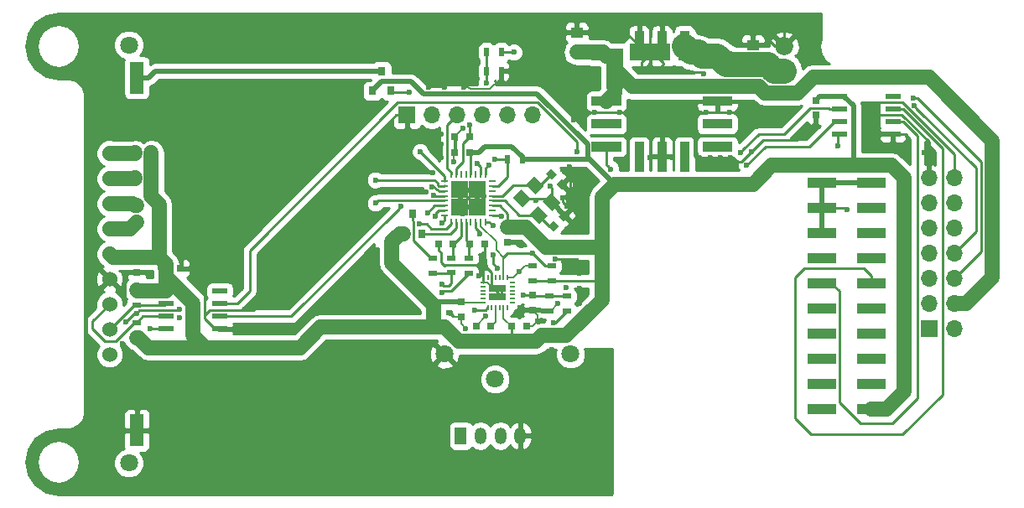
<source format=gbl>
G04 #@! TF.FileFunction,Legend,Bot*
%FSLAX46Y46*%
G04 Gerber Fmt 4.6, Leading zero omitted, Abs format (unit mm)*
G04 Created by KiCad (PCBNEW 4.0.7) date *
%MOMM*%
%LPD*%
G01*
G04 APERTURE LIST*
%ADD10C,0.100000*%
%ADD11C,1.524000*%
%ADD12R,1.400000X3.200000*%
%ADD13C,1.800000*%
%ADD14R,0.700000X0.250000*%
%ADD15R,0.250000X0.700000*%
%ADD16R,1.725000X1.725000*%
%ADD17R,3.000000X1.000000*%
%ADD18R,0.800000X0.750000*%
%ADD19R,0.750000X0.800000*%
%ADD20R,1.250000X1.000000*%
%ADD21R,1.850000X1.850000*%
%ADD22C,1.850000*%
%ADD23R,1.700000X1.700000*%
%ADD24O,1.700000X1.700000*%
%ADD25R,1.200000X1.700000*%
%ADD26O,1.200000X1.700000*%
%ADD27R,0.800000X0.900000*%
%ADD28R,0.900000X0.500000*%
%ADD29R,0.500000X0.900000*%
%ADD30R,4.070000X1.770000*%
%ADD31R,1.770000X4.070000*%
%ADD32R,1.550000X0.600000*%
%ADD33R,0.500000X0.200000*%
%ADD34R,0.550000X0.200000*%
%ADD35R,0.200000X0.500000*%
%ADD36R,0.200000X0.550000*%
%ADD37R,0.875000X0.800000*%
%ADD38C,0.600000*%
%ADD39C,0.250000*%
%ADD40C,0.200000*%
%ADD41C,0.500000*%
%ADD42C,2.500000*%
%ADD43C,1.500000*%
%ADD44C,1.000000*%
%ADD45C,0.254000*%
%ADD46C,0.350000*%
%ADD47O,0.700000X2.200000*%
G04 APERTURE END LIST*
D10*
D11*
X108420000Y-95300000D03*
X108420000Y-97840000D03*
X108420000Y-100380000D03*
X108420000Y-102920000D03*
X108420000Y-105460000D03*
X108420000Y-108000000D03*
X108420000Y-110540000D03*
X108420000Y-113080000D03*
X108420000Y-115620000D03*
D12*
X111170000Y-123260000D03*
X111170000Y-87660000D03*
D13*
X110360000Y-84360000D03*
X110360000Y-126560000D03*
D14*
X147040000Y-98085000D03*
X147040000Y-98585000D03*
X147040000Y-99085000D03*
X147040000Y-99585000D03*
X147040000Y-100085000D03*
X147040000Y-100585000D03*
X147040000Y-101085000D03*
X147040000Y-101585000D03*
D15*
X146390000Y-102235000D03*
X145890000Y-102235000D03*
X145390000Y-102235000D03*
X144890000Y-102235000D03*
X144390000Y-102235000D03*
X143890000Y-102235000D03*
X143390000Y-102235000D03*
X142890000Y-102235000D03*
D14*
X142240000Y-101585000D03*
X142240000Y-101085000D03*
X142240000Y-100585000D03*
X142240000Y-100085000D03*
X142240000Y-99585000D03*
X142240000Y-99085000D03*
X142240000Y-98585000D03*
X142240000Y-98085000D03*
D15*
X142890000Y-97435000D03*
X143390000Y-97435000D03*
X143890000Y-97435000D03*
X144390000Y-97435000D03*
X144890000Y-97435000D03*
X145390000Y-97435000D03*
X145890000Y-97435000D03*
X146390000Y-97435000D03*
D16*
X143777500Y-100697500D03*
X143777500Y-98972500D03*
X145502500Y-100697500D03*
X145502500Y-98972500D03*
D17*
X185330000Y-121090000D03*
X180290000Y-121090000D03*
X185330000Y-118550000D03*
X180290000Y-118550000D03*
X185330000Y-116010000D03*
X180290000Y-116010000D03*
X185330000Y-113470000D03*
X180290000Y-113470000D03*
X185330000Y-110930000D03*
X180290000Y-110930000D03*
X185330000Y-108390000D03*
X180290000Y-108390000D03*
X185330000Y-105850000D03*
X180290000Y-105850000D03*
X185330000Y-103310000D03*
X180290000Y-103310000D03*
X185330000Y-100770000D03*
X180290000Y-100770000D03*
X185330000Y-98230000D03*
X180290000Y-98230000D03*
D18*
X141605000Y-104457500D03*
X143105000Y-104457500D03*
X143280000Y-93599000D03*
X144780000Y-93599000D03*
D19*
X151130000Y-111125000D03*
X151130000Y-109625000D03*
D20*
X173355000Y-86360000D03*
X173355000Y-84360000D03*
D19*
X148590000Y-104255000D03*
X148590000Y-102755000D03*
D18*
X144780000Y-95250000D03*
X143280000Y-95250000D03*
D20*
X155575000Y-85090000D03*
X155575000Y-83090000D03*
D19*
X179705000Y-91440000D03*
X179705000Y-89940000D03*
D18*
X146280000Y-104457500D03*
X144780000Y-104457500D03*
D10*
G36*
X153583008Y-97382018D02*
X153052678Y-97912348D01*
X152486992Y-97346662D01*
X153017322Y-96816332D01*
X153583008Y-97382018D01*
X153583008Y-97382018D01*
G37*
G36*
X154643668Y-98442678D02*
X154113338Y-98973008D01*
X153547652Y-98407322D01*
X154077982Y-97876992D01*
X154643668Y-98442678D01*
X154643668Y-98442678D01*
G37*
G36*
X153262018Y-102112652D02*
X153792348Y-102642982D01*
X153226662Y-103208668D01*
X152696332Y-102678338D01*
X153262018Y-102112652D01*
X153262018Y-102112652D01*
G37*
G36*
X154322678Y-101051992D02*
X154853008Y-101582322D01*
X154287322Y-102148008D01*
X153756992Y-101617678D01*
X154322678Y-101051992D01*
X154322678Y-101051992D01*
G37*
D18*
X115570000Y-106910000D03*
X114070000Y-106910000D03*
D19*
X143891000Y-111799500D03*
X143891000Y-110299500D03*
D18*
X148995000Y-112776000D03*
X150495000Y-112776000D03*
X111125000Y-97790000D03*
X112625000Y-97790000D03*
X145415000Y-112776000D03*
X146915000Y-112776000D03*
D19*
X111125000Y-102235000D03*
X111125000Y-100735000D03*
X111125000Y-107315000D03*
X111125000Y-105815000D03*
D21*
X176530000Y-86995000D03*
D22*
X176530000Y-84495000D03*
D23*
X138430000Y-91440000D03*
D24*
X140970000Y-91440000D03*
X143510000Y-91440000D03*
X146050000Y-91440000D03*
X148590000Y-91440000D03*
X151130000Y-91440000D03*
D25*
X143860000Y-123825000D03*
D26*
X145860000Y-123825000D03*
X147860000Y-123825000D03*
X149860000Y-123825000D03*
D23*
X191135000Y-113030000D03*
D24*
X193675000Y-113030000D03*
X191135000Y-110490000D03*
X193675000Y-110490000D03*
X191135000Y-107950000D03*
X193675000Y-107950000D03*
X191135000Y-105410000D03*
X193675000Y-105410000D03*
X191135000Y-102870000D03*
X193675000Y-102870000D03*
X191135000Y-100330000D03*
X193675000Y-100330000D03*
X191135000Y-97790000D03*
X193675000Y-97790000D03*
D27*
X139951500Y-103409500D03*
X138051500Y-103409500D03*
X139001500Y-101409500D03*
X136840000Y-88995000D03*
X134940000Y-88995000D03*
X135890000Y-86995000D03*
D28*
X154559000Y-111228000D03*
X154559000Y-109728000D03*
X152781000Y-109688500D03*
X152781000Y-111188500D03*
D29*
X147955000Y-85090000D03*
X146455000Y-85090000D03*
X146455000Y-86995000D03*
X147955000Y-86995000D03*
D28*
X151130000Y-108180000D03*
X151130000Y-106680000D03*
X153035000Y-108180000D03*
X153035000Y-106680000D03*
D29*
X150090000Y-95885000D03*
X148590000Y-95885000D03*
D28*
X142875000Y-107366500D03*
X142875000Y-105866500D03*
X144653000Y-107378500D03*
X144653000Y-105878500D03*
X141033500Y-105878500D03*
X141033500Y-107378500D03*
X111125000Y-113895000D03*
X111125000Y-112395000D03*
X111125000Y-109105000D03*
X111125000Y-110605000D03*
D13*
X154940000Y-115570000D03*
X147320000Y-118110000D03*
X142240000Y-115570000D03*
D10*
G36*
X171275000Y-94135000D02*
X171275000Y-95095000D01*
X168275000Y-95095000D01*
X168275000Y-94135000D01*
X171275000Y-94135000D01*
X171275000Y-94135000D01*
G37*
G36*
X166945000Y-94135000D02*
X166945000Y-97135000D01*
X165985000Y-97135000D01*
X165985000Y-94135000D01*
X166945000Y-94135000D01*
X166945000Y-94135000D01*
G37*
G36*
X164655000Y-94135000D02*
X164655000Y-97135000D01*
X163695000Y-97135000D01*
X163695000Y-94135000D01*
X164655000Y-94135000D01*
X164655000Y-94135000D01*
G37*
G36*
X162365000Y-94135000D02*
X162365000Y-97135000D01*
X161405000Y-97135000D01*
X161405000Y-94135000D01*
X162365000Y-94135000D01*
X162365000Y-94135000D01*
G37*
G36*
X160075000Y-94135000D02*
X160075000Y-95095000D01*
X157075000Y-95095000D01*
X157075000Y-94135000D01*
X160075000Y-94135000D01*
X160075000Y-94135000D01*
G37*
G36*
X171275000Y-91845000D02*
X171275000Y-92805000D01*
X168275000Y-92805000D01*
X168275000Y-91845000D01*
X171275000Y-91845000D01*
X171275000Y-91845000D01*
G37*
G36*
X171275000Y-89555000D02*
X171275000Y-90515000D01*
X168275000Y-90515000D01*
X168275000Y-89555000D01*
X171275000Y-89555000D01*
X171275000Y-89555000D01*
G37*
G36*
X160075000Y-91845000D02*
X160075000Y-92805000D01*
X157075000Y-92805000D01*
X157075000Y-91845000D01*
X160075000Y-91845000D01*
X160075000Y-91845000D01*
G37*
G36*
X160075000Y-89555000D02*
X160075000Y-90515000D01*
X157075000Y-90515000D01*
X157075000Y-89555000D01*
X160075000Y-89555000D01*
X160075000Y-89555000D01*
G37*
G36*
X171275000Y-84975000D02*
X171275000Y-85935000D01*
X168275000Y-85935000D01*
X168275000Y-84975000D01*
X171275000Y-84975000D01*
X171275000Y-84975000D01*
G37*
G36*
X160075000Y-84975000D02*
X160075000Y-85935000D01*
X157075000Y-85935000D01*
X157075000Y-84975000D01*
X160075000Y-84975000D01*
X160075000Y-84975000D01*
G37*
G36*
X166945000Y-82935000D02*
X166945000Y-85935000D01*
X165985000Y-85935000D01*
X165985000Y-82935000D01*
X166945000Y-82935000D01*
X166945000Y-82935000D01*
G37*
G36*
X164655000Y-82935000D02*
X164655000Y-85935000D01*
X163695000Y-85935000D01*
X163695000Y-82935000D01*
X164655000Y-82935000D01*
X164655000Y-82935000D01*
G37*
G36*
X162365000Y-82935000D02*
X162365000Y-85935000D01*
X161405000Y-85935000D01*
X161405000Y-82935000D01*
X162365000Y-82935000D01*
X162365000Y-82935000D01*
G37*
D30*
X167865000Y-85090000D03*
X162965000Y-85090000D03*
D31*
X159385000Y-86735000D03*
D32*
X187485000Y-89535000D03*
X187485000Y-90805000D03*
X187485000Y-92075000D03*
X187485000Y-93345000D03*
X182085000Y-93345000D03*
X182085000Y-92075000D03*
X182085000Y-90805000D03*
X182085000Y-89535000D03*
X119540000Y-109220000D03*
X119540000Y-110490000D03*
X119540000Y-111760000D03*
X119540000Y-113030000D03*
X114140000Y-113030000D03*
X114140000Y-111760000D03*
X114140000Y-110490000D03*
X114140000Y-109220000D03*
D33*
X149090000Y-108371000D03*
D34*
X149090000Y-108771000D03*
X149090000Y-109171000D03*
X149090000Y-109571000D03*
X149090000Y-109971000D03*
D33*
X149090000Y-110371000D03*
D35*
X148590000Y-110871000D03*
D36*
X148190000Y-110871000D03*
X147790000Y-110871000D03*
X147390000Y-110871000D03*
X146990000Y-110871000D03*
D35*
X146590000Y-110871000D03*
D33*
X146090000Y-110371000D03*
D34*
X146090000Y-109971000D03*
X146090000Y-109571000D03*
X146090000Y-109171000D03*
X146090000Y-108771000D03*
D33*
X146090000Y-108371000D03*
D35*
X146590000Y-107871000D03*
D36*
X146990000Y-107871000D03*
X147390000Y-107871000D03*
X147790000Y-107871000D03*
X148190000Y-107871000D03*
D35*
X148590000Y-107871000D03*
D37*
X147155000Y-109771000D03*
X147155000Y-108971000D03*
X148025000Y-109771000D03*
X148025000Y-108971000D03*
D10*
G36*
X150418704Y-98424009D02*
X151267232Y-97575481D01*
X152257182Y-98565431D01*
X151408654Y-99413959D01*
X150418704Y-98424009D01*
X150418704Y-98424009D01*
G37*
G36*
X152115761Y-100121066D02*
X152964289Y-99272538D01*
X153954239Y-100262488D01*
X153105711Y-101111016D01*
X152115761Y-100121066D01*
X152115761Y-100121066D01*
G37*
G36*
X150772258Y-101464569D02*
X151620786Y-100616041D01*
X152610736Y-101605991D01*
X151762208Y-102454519D01*
X150772258Y-101464569D01*
X150772258Y-101464569D01*
G37*
G36*
X149075201Y-99767512D02*
X149923729Y-98918984D01*
X150913679Y-99908934D01*
X150065151Y-100757462D01*
X149075201Y-99767512D01*
X149075201Y-99767512D01*
G37*
D29*
X112625000Y-95250000D03*
X111125000Y-95250000D03*
D38*
X130810000Y-116205000D03*
X136525000Y-116205000D03*
X136525000Y-118745000D03*
X130810000Y-118745000D03*
X125095000Y-118745000D03*
X120015000Y-118745000D03*
X114300000Y-118745000D03*
X114300000Y-121920000D03*
X120015000Y-121920000D03*
X125095000Y-121920000D03*
X130810000Y-121920000D03*
X136525000Y-121920000D03*
X136525000Y-126365000D03*
X130810000Y-126365000D03*
X125095000Y-126365000D03*
X120015000Y-126365000D03*
X114300000Y-126365000D03*
X108585000Y-121920000D03*
X108585000Y-118745000D03*
X106489500Y-109930500D03*
X106680000Y-106680000D03*
X106680000Y-102235000D03*
X106680000Y-99060000D03*
X106680000Y-93980000D03*
X119380000Y-106680000D03*
X116205000Y-103505000D03*
X120015000Y-102870000D03*
X124460000Y-98425000D03*
X119380000Y-98425000D03*
X115570000Y-97155000D03*
X119380000Y-94615000D03*
X124460000Y-94615000D03*
X129540000Y-94615000D03*
X132715000Y-90805000D03*
X128905000Y-89535000D03*
X123825000Y-89535000D03*
X118745000Y-89535000D03*
X114935000Y-89535000D03*
X114935000Y-92710000D03*
X110490000Y-92710000D03*
X107950000Y-90805000D03*
X107950000Y-85725000D03*
X113030000Y-84455000D03*
X118745000Y-84455000D03*
X126365000Y-84455000D03*
X107950000Y-82550000D03*
X114300000Y-82550000D03*
X119380000Y-82550000D03*
X125730000Y-82550000D03*
X130810000Y-82550000D03*
X109728000Y-114554000D03*
X123952000Y-105346500D03*
X126428500Y-102870000D03*
X128841500Y-100584000D03*
X130937000Y-98361500D03*
X134493000Y-95313500D03*
X135191500Y-96266000D03*
X133794500Y-96520000D03*
X139573000Y-96520000D03*
X138366500Y-96520000D03*
X138303000Y-94932500D03*
X138303000Y-93662500D03*
X138938000Y-98933000D03*
X137858500Y-99060000D03*
X135699500Y-99060000D03*
X133921500Y-99123500D03*
X131953000Y-101346000D03*
X129921000Y-103632000D03*
X127571500Y-105791000D03*
X125222000Y-108331000D03*
X122872500Y-110617000D03*
X141033500Y-97218500D03*
X115443000Y-111887000D03*
X115443000Y-111061500D03*
X111125000Y-111442500D03*
X110045500Y-112331500D03*
X109855000Y-109855000D03*
X109982000Y-107442000D03*
X112395000Y-107569000D03*
X134112000Y-106743500D03*
X131953000Y-109029500D03*
X133858000Y-108902500D03*
X135572500Y-109156500D03*
X137985500Y-110871000D03*
X135826500Y-110998000D03*
X133667500Y-110871000D03*
X131635500Y-110807500D03*
X129667000Y-110744000D03*
X127952500Y-112268000D03*
X126555500Y-112966500D03*
X124777500Y-113030000D03*
X121348500Y-112839500D03*
X140348887Y-99187000D03*
X142240000Y-88578590D03*
X140652407Y-88578590D03*
X144208500Y-88578590D03*
X141605000Y-118110000D03*
X141605000Y-121920000D03*
X141605000Y-126365000D03*
X149860000Y-82550000D03*
X145415000Y-82550000D03*
X142240000Y-82550000D03*
X138430000Y-82550000D03*
X142875000Y-84455000D03*
X139700000Y-84455000D03*
X136525000Y-84455000D03*
X133350000Y-84455000D03*
X145732500Y-107632500D03*
X153035000Y-121920000D03*
X152209500Y-123253500D03*
X153860500Y-123444000D03*
X155511500Y-122110500D03*
X157607000Y-119634000D03*
X156845000Y-118427500D03*
X155638500Y-120459500D03*
X153479500Y-120523000D03*
X151447500Y-120523000D03*
X149860000Y-121602500D03*
X153098500Y-115125500D03*
X152209500Y-116078000D03*
X151638000Y-117094000D03*
X150114000Y-117030500D03*
X151193500Y-116332000D03*
X141859000Y-95694500D03*
X141859000Y-94361000D03*
X141922500Y-93345000D03*
X144054091Y-101434290D03*
X146237598Y-99631500D03*
X191579500Y-95186500D03*
X190690500Y-95250000D03*
X191135000Y-96139000D03*
X151447500Y-100076000D03*
X154813000Y-96647000D03*
X154178000Y-96901000D03*
X154876500Y-97409000D03*
X154940000Y-99695000D03*
X154622500Y-100647500D03*
X154178000Y-99758500D03*
X152908000Y-98615500D03*
X171069000Y-95758000D03*
X170116500Y-95758000D03*
X169100500Y-95758000D03*
X167957500Y-95758000D03*
X165290500Y-95758000D03*
X163004500Y-95758000D03*
X160655000Y-95885000D03*
X155702000Y-103187500D03*
X156210000Y-101981000D03*
X156210000Y-100330000D03*
X156210000Y-98806000D03*
X153162000Y-83693000D03*
X153924000Y-82867500D03*
X153733500Y-81597500D03*
X155511500Y-81597500D03*
X157670500Y-81724500D03*
X157797500Y-83121500D03*
X159512000Y-83248500D03*
X159321500Y-81597500D03*
X161353500Y-81597500D03*
X164020500Y-81597500D03*
X166751000Y-81597500D03*
X168910000Y-82232500D03*
X170751500Y-82296000D03*
X172847000Y-82105500D03*
X174815500Y-82804000D03*
X174815500Y-84074000D03*
X176530000Y-82550000D03*
X179070000Y-82550000D03*
X179070000Y-84455000D03*
X146090000Y-106870500D03*
X155829000Y-107378500D03*
X155892500Y-106299000D03*
X153416000Y-105977598D03*
X150050500Y-104584500D03*
X173228000Y-95123000D03*
X156400500Y-97155000D03*
X182880000Y-100965000D03*
X187960000Y-94742000D03*
X188976000Y-95567500D03*
X188976000Y-94488000D03*
X175450500Y-92075000D03*
X176276000Y-91186000D03*
X174625000Y-91376500D03*
X173164500Y-92011500D03*
X172466000Y-91313000D03*
X171005500Y-91122500D03*
X168656000Y-91122500D03*
X184721500Y-91122500D03*
X185610500Y-91757500D03*
X184594500Y-92075000D03*
X185674000Y-93027500D03*
X159893000Y-91186000D03*
X157416500Y-91186000D03*
X155956000Y-91186000D03*
X156210000Y-91884500D03*
X155257500Y-91948000D03*
X161544000Y-91567000D03*
X162750500Y-91567000D03*
X163830000Y-91567000D03*
X165100000Y-91567000D03*
X166370000Y-91567000D03*
X168402000Y-87249000D03*
X166878000Y-87058500D03*
X165163500Y-87058500D03*
X163576000Y-87058500D03*
X162115500Y-87058500D03*
X154495500Y-108839000D03*
X155892500Y-108902500D03*
X155829000Y-110426500D03*
X153670000Y-110490000D03*
X151638000Y-112268000D03*
X149479000Y-111569500D03*
X149860000Y-110871000D03*
X142621000Y-111379000D03*
X144335500Y-112966500D03*
X146367500Y-111760000D03*
X148025000Y-108971000D03*
X147155000Y-109771000D03*
X144081500Y-92773500D03*
X143129000Y-96139000D03*
X167449500Y-93281500D03*
X165735000Y-93345000D03*
X163830000Y-93345000D03*
X162242500Y-93345000D03*
X145502500Y-100697500D03*
X143777500Y-98972500D03*
X135255000Y-97980500D03*
X112522000Y-113030000D03*
X147129500Y-105563483D03*
X147574000Y-106870500D03*
X150177500Y-109601000D03*
X147129500Y-102616000D03*
X149225000Y-85090000D03*
X140525500Y-101282500D03*
X153225500Y-112395000D03*
X189620835Y-90506252D03*
X141986000Y-108477500D03*
X189543645Y-89757809D03*
X141986000Y-109327500D03*
X141942861Y-102308490D03*
X141287500Y-101663500D03*
X141097975Y-99505763D03*
X140973888Y-98677786D03*
X139763500Y-95123000D03*
X138684000Y-89090500D03*
X137858500Y-100662410D03*
X172720000Y-96520000D03*
X145812493Y-103440078D03*
X149796500Y-107251500D03*
X172103041Y-95180590D03*
X155575000Y-95123000D03*
X151130000Y-105410000D03*
X159015559Y-96896972D03*
X135255000Y-100330000D03*
X145288000Y-111125000D03*
X139700000Y-102459498D03*
X146431000Y-88226179D03*
X144780000Y-92392500D03*
X181927500Y-94551500D03*
X147955000Y-101663500D03*
X145542000Y-96329500D03*
X146685000Y-96456500D03*
X147320000Y-95885000D03*
D39*
X113030000Y-84455000D02*
X113030000Y-83820000D01*
X113030000Y-83820000D02*
X114300000Y-82550000D01*
X107950000Y-85725000D02*
X107950000Y-82550000D01*
X108585000Y-122555000D02*
X108585000Y-127635000D01*
X113030000Y-128270000D02*
X114300000Y-127000000D01*
X108585000Y-127635000D02*
X109220000Y-128270000D01*
X109220000Y-128270000D02*
X113030000Y-128270000D01*
X114300000Y-127000000D02*
X114300000Y-126365000D01*
X108585000Y-121920000D02*
X108585000Y-122555000D01*
X108345500Y-122760000D02*
X108380000Y-122760000D01*
X108380000Y-122760000D02*
X108585000Y-122555000D01*
X136525000Y-118745000D02*
X136525000Y-116205000D01*
X125095000Y-118745000D02*
X130810000Y-118745000D01*
X114300000Y-118745000D02*
X120015000Y-118745000D01*
X120015000Y-121920000D02*
X114300000Y-121920000D01*
X130810000Y-121920000D02*
X125095000Y-121920000D01*
X136525000Y-126365000D02*
X136525000Y-121920000D01*
X125095000Y-126365000D02*
X130810000Y-126365000D01*
X114300000Y-126365000D02*
X120015000Y-126365000D01*
X111020000Y-118745000D02*
X111020000Y-115846000D01*
X111020000Y-119380000D02*
X111020000Y-118745000D01*
X111020000Y-118745000D02*
X108585000Y-118745000D01*
X106680000Y-106680000D02*
X106680000Y-109740000D01*
X106680000Y-109740000D02*
X106489500Y-109930500D01*
X106680000Y-99060000D02*
X106680000Y-102235000D01*
X107950000Y-90805000D02*
X107950000Y-92710000D01*
X107950000Y-92710000D02*
X106680000Y-93980000D01*
X120015000Y-102870000D02*
X119380000Y-103505000D01*
X119380000Y-103505000D02*
X116205000Y-103505000D01*
X119380000Y-98425000D02*
X124460000Y-98425000D01*
X119380000Y-94615000D02*
X118110000Y-94615000D01*
X118110000Y-94615000D02*
X115570000Y-97155000D01*
X129540000Y-94615000D02*
X124460000Y-94615000D01*
X128905000Y-89535000D02*
X131445000Y-89535000D01*
X131445000Y-89535000D02*
X132715000Y-90805000D01*
X118745000Y-89535000D02*
X123825000Y-89535000D01*
X114935000Y-92710000D02*
X114935000Y-89535000D01*
X107950000Y-90805000D02*
X108585000Y-90805000D01*
X108585000Y-90805000D02*
X110490000Y-92710000D01*
X126365000Y-84455000D02*
X118745000Y-84455000D01*
X114300000Y-82550000D02*
X107950000Y-82550000D01*
X125730000Y-82550000D02*
X119380000Y-82550000D01*
X138430000Y-82550000D02*
X130810000Y-82550000D01*
X111020000Y-115846000D02*
X109728000Y-114554000D01*
X128841500Y-100584000D02*
X126555500Y-102870000D01*
X126555500Y-102870000D02*
X126428500Y-102870000D01*
X133794500Y-96520000D02*
X132778500Y-96520000D01*
X132778500Y-96520000D02*
X130937000Y-98361500D01*
X135191500Y-96266000D02*
X135191500Y-96012000D01*
X135191500Y-96012000D02*
X134493000Y-95313500D01*
X133921500Y-99123500D02*
X133921500Y-96647000D01*
X133921500Y-96647000D02*
X133794500Y-96520000D01*
X140271500Y-97218500D02*
X139573000Y-96520000D01*
X139573000Y-96520000D02*
X139255500Y-96202500D01*
X138366500Y-96520000D02*
X139573000Y-96520000D01*
X138303000Y-93662500D02*
X138303000Y-94932500D01*
X135699500Y-99060000D02*
X137858500Y-99060000D01*
X131953000Y-101346000D02*
X133921500Y-99377500D01*
X133921500Y-99377500D02*
X133921500Y-99123500D01*
X127571500Y-105791000D02*
X129730500Y-103632000D01*
X129730500Y-103632000D02*
X129921000Y-103632000D01*
X122872500Y-110617000D02*
X125158500Y-108331000D01*
X125158500Y-108331000D02*
X125222000Y-108331000D01*
X136715500Y-92054500D02*
X136715500Y-92773500D01*
X138430000Y-91440000D02*
X137330000Y-91440000D01*
X137330000Y-91440000D02*
X136715500Y-92054500D01*
X139255500Y-96202500D02*
X138430000Y-96202500D01*
X141033500Y-97218500D02*
X140271500Y-97218500D01*
X111125000Y-111442500D02*
X111424999Y-111142501D01*
X111424999Y-111142501D02*
X115361999Y-111142501D01*
X115361999Y-111142501D02*
X115443000Y-111061500D01*
X110045500Y-112331500D02*
X110934500Y-111442500D01*
X110934500Y-111442500D02*
X111125000Y-111442500D01*
X109982000Y-107442000D02*
X109982000Y-109728000D01*
X109982000Y-109728000D02*
X109855000Y-109855000D01*
X111125000Y-107315000D02*
X112141000Y-107315000D01*
X112141000Y-107315000D02*
X112395000Y-107569000D01*
X118046500Y-109029500D02*
X117157500Y-108140500D01*
X118046500Y-111633000D02*
X118046500Y-109029500D01*
X122936000Y-111125000D02*
X123634500Y-110426500D01*
X118554500Y-111125000D02*
X122936000Y-111125000D01*
X118046500Y-111633000D02*
X118554500Y-111125000D01*
X118046500Y-112011500D02*
X118046500Y-111633000D01*
X119540000Y-113030000D02*
X119065000Y-113030000D01*
X119065000Y-113030000D02*
X118046500Y-112011500D01*
X133858000Y-108902500D02*
X132080000Y-108902500D01*
X132080000Y-108902500D02*
X131953000Y-109029500D01*
X137985500Y-110871000D02*
X136271000Y-109156500D01*
X136271000Y-109156500D02*
X135572500Y-109156500D01*
X133667500Y-110871000D02*
X135699500Y-110871000D01*
X135699500Y-110871000D02*
X135826500Y-110998000D01*
X129667000Y-110744000D02*
X131572000Y-110744000D01*
X131572000Y-110744000D02*
X131635500Y-110807500D01*
X126555500Y-112966500D02*
X127254000Y-112966500D01*
X127254000Y-112966500D02*
X127952500Y-112268000D01*
X121348500Y-112839500D02*
X124587000Y-112839500D01*
X124587000Y-112839500D02*
X124777500Y-113030000D01*
X119540000Y-113030000D02*
X121158000Y-113030000D01*
X121158000Y-113030000D02*
X121348500Y-112839500D01*
X141605000Y-104457500D02*
X141605000Y-105082500D01*
X142240000Y-106616500D02*
X142285999Y-106570501D01*
X141605000Y-105082500D02*
X141922500Y-105400000D01*
X141922500Y-105400000D02*
X141922500Y-106299000D01*
X141922500Y-106299000D02*
X142240000Y-106616500D01*
X142285999Y-106570501D02*
X145790001Y-106570501D01*
X145790001Y-106570501D02*
X146090000Y-106870500D01*
X108420000Y-108000000D02*
X106489500Y-109930500D01*
X106489500Y-109930500D02*
X106045000Y-110375000D01*
X105918000Y-112966500D02*
X105918000Y-110502000D01*
X105918000Y-110502000D02*
X106489500Y-109930500D01*
X106045000Y-113093500D02*
X105918000Y-112966500D01*
X106045000Y-113411000D02*
X106045000Y-120459500D01*
X106045000Y-110375000D02*
X106045000Y-113411000D01*
X106045000Y-113411000D02*
X106045000Y-113093500D01*
X106045000Y-120459500D02*
X108345500Y-122760000D01*
D40*
X144832763Y-88778589D02*
X144632764Y-88578590D01*
X147955000Y-87645000D02*
X146821411Y-88778589D01*
X146821411Y-88778589D02*
X144832763Y-88778589D01*
X147955000Y-86995000D02*
X147955000Y-87645000D01*
X142240000Y-88578590D02*
X140652407Y-88578590D01*
X144632764Y-88578590D02*
X144208500Y-88578590D01*
D39*
X155575000Y-83090000D02*
X149860000Y-83090000D01*
X149860000Y-82550000D02*
X149860000Y-83090000D01*
X141605000Y-126365000D02*
X141605000Y-121920000D01*
X145415000Y-82550000D02*
X149860000Y-82550000D01*
X138430000Y-82550000D02*
X142240000Y-82550000D01*
X139700000Y-84455000D02*
X142875000Y-84455000D01*
X133350000Y-84455000D02*
X136525000Y-84455000D01*
X146090000Y-106870500D02*
X146090000Y-107275000D01*
X146090000Y-107275000D02*
X145732500Y-107632500D01*
X152209500Y-123253500D02*
X152209500Y-122745500D01*
X152209500Y-122745500D02*
X153035000Y-121920000D01*
X155511500Y-122110500D02*
X155194000Y-122110500D01*
X155194000Y-122110500D02*
X153860500Y-123444000D01*
X156845000Y-118427500D02*
X156845000Y-118872000D01*
X156845000Y-118872000D02*
X157607000Y-119634000D01*
X153479500Y-120523000D02*
X155575000Y-120523000D01*
X155575000Y-120523000D02*
X155638500Y-120459500D01*
X149860000Y-121602500D02*
X150368000Y-121602500D01*
X150368000Y-121602500D02*
X151447500Y-120523000D01*
X151638000Y-117094000D02*
X151638000Y-116649500D01*
X151638000Y-116649500D02*
X152209500Y-116078000D01*
X151193500Y-116332000D02*
X150812500Y-116332000D01*
X150812500Y-116332000D02*
X150114000Y-117030500D01*
X141859000Y-94361000D02*
X141859000Y-95694500D01*
X138917500Y-93027500D02*
X141605000Y-93027500D01*
X141605000Y-93027500D02*
X141922500Y-93345000D01*
X138430000Y-91440000D02*
X138430000Y-92540000D01*
X138430000Y-92540000D02*
X138917500Y-93027500D01*
X144054091Y-101434290D02*
X144054091Y-100974091D01*
X144054091Y-100974091D02*
X143777500Y-100697500D01*
X146237598Y-99631500D02*
X146161500Y-99631500D01*
X146161500Y-99631500D02*
X145502500Y-98972500D01*
X191135000Y-96139000D02*
X191135000Y-95694500D01*
X191135000Y-95694500D02*
X190690500Y-95250000D01*
X191135000Y-97790000D02*
X191135000Y-96139000D01*
X191135000Y-96139000D02*
X191135000Y-94107000D01*
X154178000Y-96901000D02*
X154559000Y-96901000D01*
X154559000Y-96901000D02*
X154813000Y-96647000D01*
X154940000Y-99695000D02*
X154940000Y-97472500D01*
X154940000Y-97472500D02*
X154876500Y-97409000D01*
X154178000Y-99758500D02*
X154178000Y-100203000D01*
X154178000Y-100203000D02*
X154622500Y-100647500D01*
X153035000Y-100191777D02*
X153035000Y-98742500D01*
X153035000Y-98742500D02*
X152908000Y-98615500D01*
X156210000Y-101981000D02*
X156210000Y-102679500D01*
X156210000Y-102679500D02*
X155702000Y-103187500D01*
X156210000Y-98806000D02*
X156210000Y-100330000D01*
X153733500Y-81597500D02*
X153733500Y-82677000D01*
X153733500Y-82677000D02*
X153924000Y-82867500D01*
X157670500Y-81724500D02*
X155638500Y-81724500D01*
X155638500Y-81724500D02*
X155511500Y-81597500D01*
X156481500Y-83121500D02*
X157797500Y-83121500D01*
X157797500Y-83121500D02*
X160571500Y-83121500D01*
X159512000Y-83248500D02*
X157924500Y-83248500D01*
X157924500Y-83248500D02*
X157797500Y-83121500D01*
X161353500Y-81597500D02*
X159321500Y-81597500D01*
X166751000Y-81597500D02*
X164020500Y-81597500D01*
X170751500Y-82296000D02*
X168973500Y-82296000D01*
X168973500Y-82296000D02*
X168910000Y-82232500D01*
X173355000Y-84360000D02*
X173355000Y-82613500D01*
X173355000Y-82613500D02*
X172847000Y-82105500D01*
X175617500Y-84495000D02*
X175196500Y-84074000D01*
X175196500Y-84074000D02*
X174815500Y-84074000D01*
X176530000Y-84495000D02*
X175617500Y-84495000D01*
X176530000Y-82550000D02*
X176530000Y-84495000D01*
X179070000Y-84455000D02*
X179070000Y-82550000D01*
X147155000Y-109771000D02*
X148025000Y-109771000D01*
X148025000Y-109771000D02*
X148025000Y-108971000D01*
X147155000Y-108971000D02*
X147225000Y-108971000D01*
X147225000Y-108971000D02*
X148025000Y-109771000D01*
X146090000Y-108371000D02*
X146090000Y-106870500D01*
X146090000Y-106870500D02*
X146090000Y-106743500D01*
X146280000Y-104457500D02*
X146280000Y-106680500D01*
X146280000Y-106680500D02*
X146090000Y-106870500D01*
X153416000Y-105977598D02*
X155571098Y-105977598D01*
X155571098Y-105977598D02*
X155892500Y-106299000D01*
X148590000Y-104255000D02*
X149721000Y-104255000D01*
X149721000Y-104255000D02*
X150050500Y-104584500D01*
X174371000Y-93980000D02*
X173228000Y-95123000D01*
X173228000Y-95123000D02*
X172212000Y-96139000D01*
X155302160Y-97218500D02*
X156337000Y-97218500D01*
X156337000Y-97218500D02*
X156400500Y-97155000D01*
X154095660Y-98425000D02*
X155302160Y-97218500D01*
X149994440Y-99838223D02*
X152681446Y-99838223D01*
X152681446Y-99838223D02*
X153035000Y-100191777D01*
X180290000Y-100770000D02*
X182685000Y-100770000D01*
X182685000Y-100770000D02*
X182880000Y-100965000D01*
D41*
X180290000Y-100770000D02*
X180290000Y-103310000D01*
X180290000Y-98230000D02*
X180290000Y-100770000D01*
X180290000Y-98230000D02*
X185330000Y-98230000D01*
D39*
X188976000Y-95567500D02*
X188785500Y-95567500D01*
X188785500Y-95567500D02*
X187960000Y-94742000D01*
X188785500Y-93345000D02*
X188976000Y-93535500D01*
X188976000Y-93535500D02*
X188976000Y-94488000D01*
X187485000Y-93345000D02*
X188785500Y-93345000D01*
X176276000Y-91186000D02*
X176276000Y-91249500D01*
X176276000Y-91249500D02*
X175450500Y-92075000D01*
X173164500Y-92011500D02*
X173990000Y-92011500D01*
X173990000Y-92011500D02*
X174625000Y-91376500D01*
X171005500Y-91122500D02*
X172275500Y-91122500D01*
X172275500Y-91122500D02*
X172466000Y-91313000D01*
X168511499Y-91267001D02*
X168656000Y-91122500D01*
X166370000Y-91567000D02*
X166669999Y-91267001D01*
X166669999Y-91267001D02*
X168511499Y-91267001D01*
X184594500Y-92075000D02*
X185293000Y-92075000D01*
X185293000Y-92075000D02*
X185610500Y-91757500D01*
X187485000Y-93345000D02*
X185991500Y-93345000D01*
X185991500Y-93345000D02*
X185674000Y-93027500D01*
X188468000Y-90170000D02*
X185737500Y-90170000D01*
X193675000Y-95377000D02*
X188468000Y-90170000D01*
X193675000Y-97790000D02*
X193675000Y-95377000D01*
X186482178Y-91376500D02*
X185483500Y-91376500D01*
X188410401Y-91382401D02*
X186488079Y-91382401D01*
X186488079Y-91382401D02*
X186482178Y-91376500D01*
X191135000Y-94107000D02*
X188410401Y-91382401D01*
X166370000Y-91567000D02*
X167132000Y-91567000D01*
X160718500Y-91186000D02*
X159893000Y-91186000D01*
X159893000Y-91186000D02*
X157416500Y-91186000D01*
X157416500Y-91186000D02*
X156464000Y-91186000D01*
X155956000Y-91186000D02*
X157416500Y-91186000D01*
X156400500Y-92075000D02*
X156210000Y-91884500D01*
X156083000Y-91567000D02*
X155638500Y-91567000D01*
X155638500Y-91567000D02*
X155257500Y-91948000D01*
X156464000Y-91186000D02*
X156083000Y-91567000D01*
X161099500Y-91567000D02*
X160718500Y-91186000D01*
X161544000Y-91567000D02*
X161099500Y-91567000D01*
X161544000Y-91567000D02*
X161036000Y-91567000D01*
X161544000Y-91567000D02*
X161544000Y-91186000D01*
X161544000Y-91186000D02*
X162369500Y-90360500D01*
X162750500Y-91567000D02*
X161544000Y-91567000D01*
X163830000Y-91567000D02*
X162750500Y-91567000D01*
X165100000Y-91567000D02*
X163830000Y-91567000D01*
X166370000Y-91567000D02*
X165100000Y-91567000D01*
X169775000Y-90035000D02*
X167902000Y-90035000D01*
X167902000Y-90035000D02*
X166370000Y-91567000D01*
X168021000Y-96139000D02*
X167449500Y-95567500D01*
X167449500Y-95567500D02*
X167449500Y-93281500D01*
X172212000Y-96139000D02*
X168021000Y-96139000D01*
X177815000Y-93980000D02*
X174371000Y-93980000D01*
X179705000Y-91440000D02*
X179705000Y-92090000D01*
X179705000Y-92090000D02*
X177815000Y-93980000D01*
X163639500Y-82042000D02*
X164175000Y-82577500D01*
X164175000Y-82577500D02*
X164175000Y-84435000D01*
X162965000Y-82716500D02*
X163639500Y-82042000D01*
X162965000Y-85090000D02*
X162965000Y-82716500D01*
X164338000Y-86169500D02*
X163258500Y-85090000D01*
X163258500Y-85090000D02*
X162965000Y-85090000D01*
X164338000Y-86296500D02*
X164338000Y-86169500D01*
X163576000Y-87058500D02*
X164338000Y-86296500D01*
X162115500Y-87058500D02*
X162115500Y-86106000D01*
X162115500Y-86106000D02*
X162965000Y-85256500D01*
X162965000Y-85256500D02*
X162965000Y-85090000D01*
X166878000Y-87058500D02*
X168211500Y-87058500D01*
X168211500Y-87058500D02*
X168402000Y-87249000D01*
X163576000Y-87058500D02*
X165163500Y-87058500D01*
X162965000Y-85090000D02*
X162965000Y-86209000D01*
X162965000Y-86209000D02*
X162115500Y-87058500D01*
X160571500Y-83121500D02*
X161885000Y-84435000D01*
X155575000Y-83090000D02*
X156450000Y-83090000D01*
X156450000Y-83090000D02*
X156481500Y-83121500D01*
D40*
X155829000Y-110426500D02*
X155829000Y-108966000D01*
X155829000Y-108966000D02*
X155892500Y-108902500D01*
X152781000Y-111188500D02*
X152971500Y-111188500D01*
X152971500Y-111188500D02*
X153670000Y-110490000D01*
X151638000Y-112268000D02*
X151638000Y-111633000D01*
X151638000Y-111633000D02*
X151130000Y-111125000D01*
X150495000Y-112776000D02*
X151130000Y-112776000D01*
X151130000Y-112776000D02*
X151638000Y-112268000D01*
X151130000Y-111125000D02*
X150114000Y-111125000D01*
X150114000Y-111125000D02*
X149860000Y-110871000D01*
X143891000Y-111799500D02*
X143041500Y-111799500D01*
X143041500Y-111799500D02*
X142621000Y-111379000D01*
X143891000Y-111799500D02*
X143891000Y-112522000D01*
X143891000Y-112522000D02*
X144335500Y-112966500D01*
X145415000Y-112776000D02*
X145415000Y-112712500D01*
X145415000Y-112712500D02*
X146367500Y-111760000D01*
X146090000Y-108371000D02*
X146092401Y-108373401D01*
X146092401Y-108373401D02*
X146557401Y-108373401D01*
X146557401Y-108373401D02*
X147155000Y-108971000D01*
D39*
X146990000Y-107871000D02*
X146990000Y-108806000D01*
X146990000Y-108806000D02*
X147155000Y-108971000D01*
X146090000Y-106743500D02*
X146090000Y-105640822D01*
X146990000Y-107346000D02*
X146387500Y-106743500D01*
X146990000Y-107871000D02*
X146990000Y-107346000D01*
X146387500Y-106743500D02*
X146090000Y-106743500D01*
X146090000Y-105640822D02*
X146280000Y-105450822D01*
X146280000Y-105450822D02*
X146280000Y-105082500D01*
X146280000Y-105082500D02*
X146280000Y-104457500D01*
D40*
X143280000Y-93599000D02*
X143280000Y-93575000D01*
X143280000Y-93575000D02*
X144081500Y-92773500D01*
X143280000Y-95250000D02*
X143280000Y-93599000D01*
X143129000Y-96139000D02*
X143129000Y-95401000D01*
X143129000Y-95401000D02*
X143280000Y-95250000D01*
D39*
X164175000Y-95635000D02*
X164175000Y-93690000D01*
X164175000Y-93690000D02*
X163830000Y-93345000D01*
X163830000Y-93345000D02*
X165735000Y-93345000D01*
X143777500Y-98972500D02*
X145502500Y-100697500D01*
X141541500Y-98298000D02*
X141224000Y-97980500D01*
X141224000Y-97980500D02*
X135255000Y-97980500D01*
X141541500Y-98486500D02*
X141541500Y-98298000D01*
X142240000Y-98585000D02*
X141640000Y-98585000D01*
X141640000Y-98585000D02*
X141541500Y-98486500D01*
X114140000Y-113030000D02*
X112522000Y-113030000D01*
X142240000Y-98585000D02*
X142190001Y-98535001D01*
X147574000Y-106870500D02*
X147129500Y-106426000D01*
X147129500Y-105987747D02*
X147129500Y-105563483D01*
X147129500Y-106426000D02*
X147129500Y-105987747D01*
X150177500Y-109601000D02*
X151106000Y-109601000D01*
X151106000Y-109601000D02*
X151130000Y-109625000D01*
X146390000Y-102235000D02*
X146748500Y-102235000D01*
X146748500Y-102235000D02*
X147129500Y-102616000D01*
X152781000Y-109688500D02*
X151193500Y-109688500D01*
X151193500Y-109688500D02*
X151130000Y-109625000D01*
X154559000Y-109728000D02*
X152820500Y-109728000D01*
X152820500Y-109728000D02*
X152781000Y-109688500D01*
X147955000Y-85090000D02*
X149225000Y-85090000D01*
D42*
X176530000Y-86995000D02*
X175514998Y-86995000D01*
X175514998Y-86995000D02*
X174879998Y-86360000D01*
X174879998Y-86360000D02*
X173355000Y-86360000D01*
X167865000Y-85090000D02*
X167120000Y-85090000D01*
X167120000Y-85090000D02*
X166465000Y-84435000D01*
X169775000Y-85455000D02*
X168230000Y-85455000D01*
X168230000Y-85455000D02*
X167865000Y-85090000D01*
X170680000Y-86360000D02*
X169775000Y-85455000D01*
X173355000Y-86360000D02*
X170680000Y-86360000D01*
D43*
X141168002Y-110633004D02*
X136930000Y-106395002D01*
X136930000Y-106395002D02*
X136930000Y-104179500D01*
X136930000Y-104179500D02*
X137700000Y-103409500D01*
X137700000Y-103409500D02*
X138051500Y-103409500D01*
X114140000Y-109220000D02*
X111240000Y-109220000D01*
X111240000Y-109220000D02*
X111125000Y-109105000D01*
X112625000Y-97790000D02*
X112625000Y-95250000D01*
X114140000Y-109220000D02*
X114140000Y-107726500D01*
X116840000Y-110426500D02*
X114140000Y-107726500D01*
X114140000Y-107726500D02*
X114140000Y-106980000D01*
X116840000Y-113665000D02*
X116840000Y-110426500D01*
X112625000Y-97790000D02*
X112625000Y-99665000D01*
X112625000Y-99665000D02*
X113435000Y-100475000D01*
X113435000Y-100475000D02*
X113435000Y-105815000D01*
X111125000Y-105815000D02*
X108775000Y-105815000D01*
X108775000Y-105815000D02*
X108420000Y-105460000D01*
X114140000Y-106520000D02*
X113435000Y-105815000D01*
X113435000Y-105815000D02*
X111125000Y-105815000D01*
X114140000Y-106980000D02*
X114140000Y-106520000D01*
X114140000Y-106980000D02*
X114070000Y-106910000D01*
X112365000Y-114935000D02*
X118110000Y-114935000D01*
X111125000Y-113895000D02*
X111325000Y-113895000D01*
X111325000Y-113895000D02*
X112365000Y-114935000D01*
X141168002Y-112831998D02*
X129738002Y-112831998D01*
X129738002Y-112831998D02*
X127635000Y-114935000D01*
X127635000Y-114935000D02*
X118110000Y-114935000D01*
X118110000Y-114935000D02*
X116840000Y-113665000D01*
D41*
X140081000Y-89281000D02*
X138845000Y-88045000D01*
X138845000Y-88045000D02*
X135840000Y-88045000D01*
X134940000Y-88945000D02*
X134940000Y-88995000D01*
X135840000Y-88045000D02*
X134940000Y-88945000D01*
X151574500Y-89281000D02*
X140081000Y-89281000D01*
X156672590Y-94379090D02*
X151574500Y-89281000D01*
X156845000Y-95885000D02*
X156672590Y-95712590D01*
X156672590Y-95712590D02*
X156672590Y-94379090D01*
D39*
X148995000Y-112776000D02*
X148995000Y-114070000D01*
D43*
X187325000Y-96520000D02*
X183515000Y-96520000D01*
D40*
X146090000Y-110371000D02*
X143962500Y-110371000D01*
D39*
X148590000Y-101373496D02*
X148590000Y-102105000D01*
X147801504Y-100585000D02*
X148590000Y-101373496D01*
X147040000Y-100585000D02*
X147801504Y-100585000D01*
X148590000Y-102105000D02*
X148590000Y-102755000D01*
D43*
X158115000Y-107950000D02*
X158115000Y-110082002D01*
X158115000Y-110082002D02*
X154477003Y-113719999D01*
X154477003Y-113719999D02*
X152036003Y-113719999D01*
X152036003Y-113719999D02*
X151456002Y-114300000D01*
X151456002Y-114300000D02*
X149225000Y-114300000D01*
X183515000Y-96520000D02*
X175260000Y-96520000D01*
D41*
X182085000Y-89535000D02*
X182560000Y-89535000D01*
X182560000Y-89535000D02*
X183515000Y-90490000D01*
X183515000Y-90490000D02*
X183515000Y-96520000D01*
X182085000Y-89535000D02*
X180110000Y-89535000D01*
X180110000Y-89535000D02*
X179705000Y-89940000D01*
X143891000Y-110299500D02*
X141501506Y-110299500D01*
X141501506Y-110299500D02*
X141168002Y-110633004D01*
D43*
X141168002Y-110633004D02*
X141168002Y-112831998D01*
D40*
X143962500Y-110371000D02*
X143891000Y-110299500D01*
D43*
X158115000Y-104775000D02*
X158115000Y-107950000D01*
D39*
X153035000Y-108180000D02*
X157885000Y-108180000D01*
X157885000Y-108180000D02*
X158115000Y-107950000D01*
X151130000Y-108180000D02*
X153035000Y-108180000D01*
D41*
X146315000Y-94615000D02*
X149020000Y-94615000D01*
X149020000Y-94615000D02*
X150090000Y-95685000D01*
X150090000Y-95685000D02*
X150090000Y-95885000D01*
X144780000Y-95250000D02*
X145680000Y-95250000D01*
X145680000Y-95250000D02*
X146315000Y-94615000D01*
X150090000Y-95885000D02*
X156845000Y-95885000D01*
X156845000Y-95885000D02*
X159385000Y-98425000D01*
D43*
X159385000Y-98425000D02*
X158115000Y-99695000D01*
X158115000Y-99695000D02*
X158115000Y-104775000D01*
X173355000Y-98425000D02*
X159385000Y-98425000D01*
X148590000Y-102755000D02*
X150465000Y-102755000D01*
X150465000Y-102755000D02*
X152485000Y-104775000D01*
X152485000Y-104775000D02*
X158115000Y-104775000D01*
X141168002Y-112831998D02*
X142240000Y-112831998D01*
X149225000Y-114300000D02*
X143708002Y-114300000D01*
D44*
X148995000Y-114070000D02*
X149225000Y-114300000D01*
D43*
X143708002Y-114300000D02*
X142240000Y-112831998D01*
X185330000Y-121090000D02*
X186885000Y-121090000D01*
X186885000Y-121090000D02*
X188595000Y-119380000D01*
X188595000Y-119380000D02*
X188595000Y-97790000D01*
X188595000Y-97790000D02*
X187325000Y-96520000D01*
X175260000Y-96520000D02*
X173355000Y-98425000D01*
D39*
X144890000Y-97435000D02*
X144890000Y-95360000D01*
X144890000Y-95360000D02*
X144780000Y-95250000D01*
D40*
X144165000Y-110371000D02*
X144145000Y-110351000D01*
X148190000Y-110871000D02*
X148190000Y-111996000D01*
X148190000Y-111996000D02*
X148970000Y-112776000D01*
X148970000Y-112776000D02*
X148995000Y-112776000D01*
D43*
X159385000Y-86735000D02*
X161210011Y-88560011D01*
X161210011Y-88560011D02*
X173968726Y-88560011D01*
X173968726Y-88560011D02*
X174603725Y-89195010D01*
X174603725Y-89195010D02*
X177889992Y-89195010D01*
X191135000Y-87630000D02*
X197515011Y-94010011D01*
X177889992Y-89195010D02*
X179455002Y-87630000D01*
X179455002Y-87630000D02*
X191135000Y-87630000D01*
X197515011Y-94010011D02*
X197515011Y-107852070D01*
X197515011Y-107852070D02*
X194877081Y-110490000D01*
X194877081Y-110490000D02*
X193675000Y-110490000D01*
X159385000Y-86735000D02*
X159385000Y-89225000D01*
X159385000Y-89225000D02*
X158575000Y-90035000D01*
X155575000Y-85090000D02*
X158210000Y-85090000D01*
X158210000Y-85090000D02*
X158575000Y-85455000D01*
D39*
X144653000Y-105878500D02*
X144653000Y-104584500D01*
X144653000Y-104584500D02*
X144780000Y-104457500D01*
X144780000Y-104457500D02*
X144390000Y-104067500D01*
X144390000Y-104067500D02*
X144390000Y-102235000D01*
X144780000Y-104775000D02*
X144755000Y-104775000D01*
X151337943Y-98494720D02*
X151904620Y-98494720D01*
X151904620Y-98494720D02*
X153035000Y-97364340D01*
X149155280Y-98494720D02*
X148065000Y-99585000D01*
X148065000Y-99585000D02*
X147040000Y-99585000D01*
X151337943Y-98494720D02*
X149155280Y-98494720D01*
X150742969Y-101535280D02*
X151691497Y-101535280D01*
X148345000Y-100085000D02*
X149795280Y-101535280D01*
X147040000Y-100085000D02*
X148345000Y-100085000D01*
X149795280Y-101535280D02*
X150742969Y-101535280D01*
X153244340Y-102660660D02*
X152816877Y-102660660D01*
X152816877Y-102660660D02*
X151691497Y-101535280D01*
X143105000Y-104457500D02*
X143105000Y-105636500D01*
X143105000Y-105636500D02*
X142875000Y-105866500D01*
X143890000Y-102235000D02*
X143890000Y-103697500D01*
X143130000Y-104457500D02*
X143105000Y-104457500D01*
X143890000Y-103697500D02*
X143130000Y-104457500D01*
X143105000Y-104775000D02*
X143192500Y-104775000D01*
D40*
X143130000Y-104775000D02*
X143105000Y-104775000D01*
D43*
X108420000Y-97840000D02*
X110972590Y-97840000D01*
X110972590Y-97840000D02*
X110972590Y-97790000D01*
D40*
X147390000Y-110871000D02*
X147390000Y-112301000D01*
X147390000Y-112301000D02*
X146915000Y-112776000D01*
D43*
X110440000Y-102920000D02*
X111125000Y-102235000D01*
X108420000Y-102920000D02*
X110440000Y-102920000D01*
X108420000Y-100380000D02*
X110770000Y-100380000D01*
X110770000Y-100380000D02*
X110972591Y-100582591D01*
X110972591Y-100582591D02*
X111125000Y-100582591D01*
D39*
X142890000Y-97210000D02*
X142890000Y-97435000D01*
X142515000Y-92435000D02*
X142515000Y-96835000D01*
X143510000Y-91440000D02*
X142515000Y-92435000D01*
X142515000Y-96835000D02*
X142890000Y-97210000D01*
X142240000Y-100585000D02*
X141223000Y-100585000D01*
X141223000Y-100585000D02*
X140525500Y-101282500D01*
X153225500Y-112395000D02*
X153392000Y-112395000D01*
X153392000Y-112395000D02*
X154559000Y-111228000D01*
X189920834Y-90806251D02*
X189620835Y-90506252D01*
X195901500Y-103183500D02*
X195901500Y-96786917D01*
X193675000Y-105410000D02*
X195901500Y-103183500D01*
X195901500Y-96786917D02*
X189920834Y-90806251D01*
X142875000Y-107366500D02*
X142875000Y-108449394D01*
X142875000Y-108449394D02*
X142671893Y-108652501D01*
X142671893Y-108652501D02*
X142161001Y-108652501D01*
X142161001Y-108652501D02*
X141986000Y-108477500D01*
X141033500Y-107378500D02*
X142863000Y-107378500D01*
X142863000Y-107378500D02*
X142875000Y-107366500D01*
X189967909Y-89757809D02*
X189543645Y-89757809D01*
X196401500Y-105223500D02*
X196401500Y-96191400D01*
X193675000Y-107950000D02*
X196401500Y-105223500D01*
X196401500Y-96191400D02*
X189967909Y-89757809D01*
X144653000Y-107378500D02*
X142879001Y-109152499D01*
X142879001Y-109152499D02*
X142161001Y-109152499D01*
X142161001Y-109152499D02*
X141986000Y-109327500D01*
X142240000Y-102011351D02*
X141942861Y-102308490D01*
X142240000Y-101585000D02*
X142240000Y-102011351D01*
X142240000Y-101085000D02*
X141640000Y-101085000D01*
X141640000Y-101085000D02*
X141287500Y-101437500D01*
X141287500Y-101437500D02*
X141287500Y-101663500D01*
X141177212Y-99585000D02*
X141097975Y-99505763D01*
X142240000Y-99585000D02*
X141177212Y-99585000D01*
X142240000Y-99085000D02*
X141640000Y-99085000D01*
X141443599Y-98985012D02*
X141136373Y-98677786D01*
X141136373Y-98677786D02*
X140973888Y-98677786D01*
X141640000Y-99085000D02*
X141540012Y-98985012D01*
X141540012Y-98985012D02*
X141443599Y-98985012D01*
X192499999Y-94794999D02*
X192499999Y-114998500D01*
X188468000Y-123698000D02*
X192499999Y-119666001D01*
X192499999Y-114998500D02*
X192499999Y-115220499D01*
X192499999Y-119666001D02*
X192499999Y-114998500D01*
X179260500Y-123698000D02*
X188468000Y-123698000D01*
X177609500Y-122047000D02*
X179260500Y-123698000D01*
X177609500Y-107823000D02*
X177609500Y-122047000D01*
X178562000Y-106870500D02*
X177609500Y-107823000D01*
X184560500Y-106870500D02*
X178562000Y-106870500D01*
X185330000Y-108390000D02*
X185330000Y-107640000D01*
X185330000Y-107640000D02*
X184560500Y-106870500D01*
X187485000Y-90805000D02*
X188510000Y-90805000D01*
X188510000Y-90805000D02*
X192499999Y-94794999D01*
X187452000Y-122555000D02*
X184209998Y-122555000D01*
X182115001Y-120460003D02*
X182115001Y-109215001D01*
X184209998Y-122555000D02*
X182115001Y-120460003D01*
X182115001Y-109215001D02*
X181290000Y-108390000D01*
X181290000Y-108390000D02*
X180290000Y-108390000D01*
X189959999Y-120047001D02*
X187452000Y-122555000D01*
X189959999Y-115570000D02*
X189959999Y-115728499D01*
X189959999Y-93524999D02*
X189959999Y-115570000D01*
X189959999Y-115570000D02*
X189959999Y-120047001D01*
X187485000Y-92075000D02*
X188510000Y-92075000D01*
X188510000Y-92075000D02*
X189959999Y-93524999D01*
X139951500Y-103409500D02*
X142815500Y-103409500D01*
X142815500Y-103409500D02*
X143390000Y-102835000D01*
X143390000Y-102835000D02*
X143390000Y-102235000D01*
X139078911Y-104123911D02*
X140833500Y-105878500D01*
X139001500Y-102109500D02*
X139078911Y-102186911D01*
X139001500Y-101409500D02*
X139001500Y-102109500D01*
X140833500Y-105878500D02*
X141033500Y-105878500D01*
X139078911Y-102186911D02*
X139078911Y-104123911D01*
X138684000Y-89090500D02*
X136935500Y-89090500D01*
X142240000Y-98085000D02*
X142240000Y-97599500D01*
X142240000Y-97599500D02*
X139763500Y-95123000D01*
X136935500Y-89090500D02*
X136840000Y-88995000D01*
D41*
X135890000Y-86995000D02*
X113030000Y-86995000D01*
X112370000Y-87660000D02*
X111170000Y-87660000D01*
X113030000Y-86995000D02*
X113030000Y-87000000D01*
X113030000Y-87000000D02*
X112370000Y-87660000D01*
D39*
X137558501Y-100962409D02*
X137858500Y-100662410D01*
X119540000Y-111760000D02*
X126760910Y-111760000D01*
X126760910Y-111760000D02*
X137558501Y-100962409D01*
X174625000Y-94615000D02*
X172720000Y-96520000D01*
X179070000Y-94615000D02*
X174625000Y-94615000D01*
X179705000Y-93980000D02*
X179070000Y-94615000D01*
X145812493Y-103273551D02*
X145812493Y-103440078D01*
X145390000Y-102851058D02*
X145812493Y-103273551D01*
X145390000Y-102235000D02*
X145390000Y-102851058D01*
D40*
X151130000Y-106680000D02*
X150368000Y-106680000D01*
X150368000Y-106680000D02*
X149796500Y-107251500D01*
X148590000Y-107871000D02*
X149177000Y-107871000D01*
X149177000Y-107871000D02*
X149796500Y-107251500D01*
D39*
X179705000Y-93980000D02*
X181610000Y-92075000D01*
X181610000Y-92075000D02*
X182085000Y-92075000D01*
D40*
X145415000Y-102260000D02*
X145390000Y-102235000D01*
D39*
X122555000Y-109220000D02*
X121285000Y-110490000D01*
X121285000Y-110490000D02*
X119540000Y-110490000D01*
X122555000Y-105115678D02*
X122555000Y-109220000D01*
X137500678Y-90170000D02*
X122555000Y-105115678D01*
X151599002Y-90170000D02*
X137500678Y-90170000D01*
X180969999Y-90714999D02*
X179160001Y-90714999D01*
X176530000Y-93345000D02*
X173938631Y-93345000D01*
X173938631Y-93345000D02*
X172403040Y-94880591D01*
X179160001Y-90714999D02*
X176530000Y-93345000D01*
X182085000Y-90805000D02*
X181060000Y-90805000D01*
X181060000Y-90805000D02*
X180969999Y-90714999D01*
X172403040Y-94880591D02*
X172103041Y-95180590D01*
X151599002Y-90170000D02*
X155575000Y-94145998D01*
X155575000Y-94145998D02*
X155575000Y-95123000D01*
D40*
X145890000Y-102235000D02*
X145890000Y-102647496D01*
X145890000Y-102647496D02*
X147447000Y-104204496D01*
X147447000Y-104204496D02*
X147447000Y-105029000D01*
X147447000Y-105029000D02*
X148190000Y-105772000D01*
X148190000Y-105772000D02*
X148190000Y-107378500D01*
X148190000Y-107378500D02*
X148190000Y-107490000D01*
X148190000Y-107871000D02*
X148190000Y-107378500D01*
D39*
X152400000Y-106680000D02*
X153035000Y-106680000D01*
X151130000Y-105410000D02*
X152400000Y-106680000D01*
X151130000Y-105410000D02*
X148552000Y-105410000D01*
X148552000Y-105410000D02*
X148190000Y-105772000D01*
X182085000Y-90805000D02*
X181610000Y-90805000D01*
D43*
X108420000Y-95300000D02*
X110972590Y-95300000D01*
X110972590Y-95300000D02*
X110972590Y-95250000D01*
D39*
X109020000Y-114300000D02*
X110925000Y-112395000D01*
X107950000Y-114300000D02*
X109020000Y-114300000D01*
X110925000Y-112395000D02*
X111125000Y-112395000D01*
X106680000Y-113030000D02*
X107950000Y-114300000D01*
X106680000Y-112280000D02*
X106680000Y-113030000D01*
X108420000Y-110540000D02*
X106680000Y-112280000D01*
X111760000Y-111760000D02*
X111125000Y-112395000D01*
X114140000Y-111760000D02*
X111760000Y-111760000D01*
X111125000Y-110605000D02*
X114025000Y-110605000D01*
X114025000Y-110605000D02*
X114140000Y-110490000D01*
X108420000Y-113080000D02*
X110895000Y-110605000D01*
X110895000Y-110605000D02*
X111125000Y-110605000D01*
X158715560Y-96596973D02*
X159015559Y-96896972D01*
X158575000Y-94615000D02*
X158575000Y-96456413D01*
X158575000Y-96456413D02*
X158715560Y-96596973D01*
X142240000Y-100085000D02*
X135500000Y-100085000D01*
X135500000Y-100085000D02*
X135255000Y-100330000D01*
X142416500Y-102933500D02*
X140910502Y-102933500D01*
X140910502Y-102933500D02*
X140436500Y-102459498D01*
X140436500Y-102459498D02*
X140124264Y-102459498D01*
X140124264Y-102459498D02*
X139700000Y-102459498D01*
X142890000Y-102460000D02*
X142416500Y-102933500D01*
X142890000Y-102235000D02*
X142890000Y-102460000D01*
X145288000Y-111125000D02*
X146336000Y-111125000D01*
X146336000Y-111125000D02*
X146564999Y-110896001D01*
X139726501Y-102432997D02*
X139700000Y-102459498D01*
X146455000Y-86995000D02*
X146455000Y-88202179D01*
X146455000Y-88202179D02*
X146431000Y-88226179D01*
X144780000Y-93599000D02*
X144780000Y-92392500D01*
X143390000Y-97435000D02*
X143390000Y-96835000D01*
X143390000Y-96835000D02*
X144054999Y-96170001D01*
X144054999Y-94299001D02*
X144755000Y-93599000D01*
X144054999Y-96170001D02*
X144054999Y-94299001D01*
X144755000Y-93599000D02*
X144780000Y-93599000D01*
X146455000Y-86995000D02*
X146455000Y-85090000D01*
X181927500Y-94551500D02*
X181927500Y-93502500D01*
X181927500Y-93502500D02*
X182085000Y-93345000D01*
X147040000Y-101585000D02*
X147876500Y-101585000D01*
X147876500Y-101585000D02*
X147955000Y-101663500D01*
X145542000Y-91948000D02*
X146050000Y-91440000D01*
X145890000Y-97435000D02*
X145890000Y-96677500D01*
X145890000Y-96677500D02*
X145542000Y-96329500D01*
X148590000Y-92202000D02*
X148590000Y-91440000D01*
X146390000Y-97435000D02*
X146390000Y-96751500D01*
X146390000Y-96751500D02*
X146685000Y-96456500D01*
X148590000Y-95885000D02*
X147320000Y-95885000D01*
X147040000Y-98585000D02*
X147640000Y-98585000D01*
X147640000Y-98585000D02*
X148590000Y-97635000D01*
X148590000Y-97635000D02*
X148590000Y-96585000D01*
X148590000Y-96585000D02*
X148590000Y-95885000D01*
D45*
G36*
X105977852Y-113320839D02*
X106142599Y-113567401D01*
X107319672Y-114744474D01*
X107236371Y-114827630D01*
X107023243Y-115340900D01*
X107022758Y-115896661D01*
X107234990Y-116410303D01*
X107627630Y-116803629D01*
X108140900Y-117016757D01*
X108696661Y-117017242D01*
X109210303Y-116805010D01*
X109365424Y-116650159D01*
X141339446Y-116650159D01*
X141425852Y-116906643D01*
X141999336Y-117116458D01*
X142609460Y-117090839D01*
X143054148Y-116906643D01*
X143140554Y-116650159D01*
X142240000Y-115749605D01*
X141339446Y-116650159D01*
X109365424Y-116650159D01*
X109603629Y-116412370D01*
X109816757Y-115899100D01*
X109817242Y-115343339D01*
X109605010Y-114829697D01*
X109585075Y-114809727D01*
X109895238Y-114499564D01*
X110145657Y-114874343D01*
X110594983Y-115174573D01*
X110658527Y-115187213D01*
X111385657Y-115914343D01*
X111834983Y-116214573D01*
X112365000Y-116320000D01*
X127635000Y-116320000D01*
X128165017Y-116214573D01*
X128614343Y-115914343D01*
X129199350Y-115329336D01*
X140693542Y-115329336D01*
X140719161Y-115939460D01*
X140903357Y-116384148D01*
X141159841Y-116470554D01*
X142060395Y-115570000D01*
X141159841Y-114669446D01*
X140903357Y-114755852D01*
X140693542Y-115329336D01*
X129199350Y-115329336D01*
X130311688Y-114216998D01*
X141465346Y-114216998D01*
X141425852Y-114233357D01*
X141339446Y-114489841D01*
X142240000Y-115390395D01*
X142254143Y-115376253D01*
X142433748Y-115555858D01*
X142419605Y-115570000D01*
X143320159Y-116470554D01*
X143576643Y-116384148D01*
X143786458Y-115810664D01*
X143781181Y-115685000D01*
X151456002Y-115685000D01*
X151986019Y-115579573D01*
X152435345Y-115279343D01*
X152609689Y-115104999D01*
X153471012Y-115104999D01*
X153405267Y-115263330D01*
X153404735Y-115873991D01*
X153637932Y-116438371D01*
X154069357Y-116870551D01*
X154633330Y-117104733D01*
X155243991Y-117105265D01*
X155808371Y-116872068D01*
X156240551Y-116440643D01*
X156474733Y-115876670D01*
X156475265Y-115266009D01*
X156390970Y-115062000D01*
X159153167Y-115062000D01*
X159153167Y-129671264D01*
X159054431Y-129770000D01*
X103312467Y-129770000D01*
X101981540Y-129505262D01*
X100910429Y-128789568D01*
X100194738Y-127718459D01*
X99943420Y-126455000D01*
X101060000Y-126455000D01*
X101226323Y-127291163D01*
X101699972Y-128000028D01*
X102408837Y-128473677D01*
X103245000Y-128640000D01*
X104081163Y-128473677D01*
X104790028Y-128000028D01*
X105263677Y-127291163D01*
X105348646Y-126863991D01*
X108824735Y-126863991D01*
X109057932Y-127428371D01*
X109489357Y-127860551D01*
X110053330Y-128094733D01*
X110663991Y-128095265D01*
X111228371Y-127862068D01*
X111660551Y-127430643D01*
X111894733Y-126866670D01*
X111895265Y-126256009D01*
X111662068Y-125691629D01*
X111465783Y-125495000D01*
X111996310Y-125495000D01*
X112229699Y-125398327D01*
X112408327Y-125219698D01*
X112505000Y-124986309D01*
X112505000Y-123545750D01*
X112346250Y-123387000D01*
X111297000Y-123387000D01*
X111297000Y-123407000D01*
X111043000Y-123407000D01*
X111043000Y-123387000D01*
X109993750Y-123387000D01*
X109835000Y-123545750D01*
X109835000Y-124986309D01*
X109880888Y-125097093D01*
X109491629Y-125257932D01*
X109059449Y-125689357D01*
X108825267Y-126253330D01*
X108824735Y-126863991D01*
X105348646Y-126863991D01*
X105430000Y-126455000D01*
X105263677Y-125618837D01*
X104790028Y-124909972D01*
X104081163Y-124436323D01*
X103245000Y-124270000D01*
X102408837Y-124436323D01*
X101699972Y-124909972D01*
X101226323Y-125618837D01*
X101060000Y-126455000D01*
X99943420Y-126455000D01*
X100194738Y-125191541D01*
X100910429Y-124120432D01*
X101981540Y-123404738D01*
X103312467Y-123140000D01*
X104245000Y-123140000D01*
X104311170Y-123126838D01*
X104378636Y-123126838D01*
X104761319Y-123050718D01*
X105008248Y-122948437D01*
X105008249Y-122948436D01*
X105332672Y-122731664D01*
X105521664Y-122542672D01*
X105738437Y-122218249D01*
X105780803Y-122115968D01*
X105840718Y-121971319D01*
X105916838Y-121588636D01*
X105916838Y-121533691D01*
X109835000Y-121533691D01*
X109835000Y-122974250D01*
X109993750Y-123133000D01*
X111043000Y-123133000D01*
X111043000Y-121183750D01*
X111297000Y-121183750D01*
X111297000Y-123133000D01*
X112346250Y-123133000D01*
X112504250Y-122975000D01*
X142612560Y-122975000D01*
X142612560Y-124675000D01*
X142656838Y-124910317D01*
X142795910Y-125126441D01*
X143008110Y-125271431D01*
X143260000Y-125322440D01*
X144460000Y-125322440D01*
X144695317Y-125278162D01*
X144911441Y-125139090D01*
X145010901Y-124993525D01*
X145387386Y-125245084D01*
X145860000Y-125339093D01*
X146332614Y-125245084D01*
X146733277Y-124977370D01*
X146860000Y-124787715D01*
X146986723Y-124977370D01*
X147387386Y-125245084D01*
X147860000Y-125339093D01*
X148332614Y-125245084D01*
X148733277Y-124977370D01*
X148862410Y-124784109D01*
X149030875Y-125006933D01*
X149450624Y-125253286D01*
X149542391Y-125268462D01*
X149733000Y-125143731D01*
X149733000Y-123952000D01*
X149987000Y-123952000D01*
X149987000Y-125143731D01*
X150177609Y-125268462D01*
X150269376Y-125253286D01*
X150689125Y-125006933D01*
X150982647Y-124618701D01*
X151105256Y-124147696D01*
X150942547Y-123952000D01*
X149987000Y-123952000D01*
X149733000Y-123952000D01*
X149713000Y-123952000D01*
X149713000Y-123698000D01*
X149733000Y-123698000D01*
X149733000Y-122506269D01*
X149987000Y-122506269D01*
X149987000Y-123698000D01*
X150942547Y-123698000D01*
X151105256Y-123502304D01*
X150982647Y-123031299D01*
X150689125Y-122643067D01*
X150269376Y-122396714D01*
X150177609Y-122381538D01*
X149987000Y-122506269D01*
X149733000Y-122506269D01*
X149542391Y-122381538D01*
X149450624Y-122396714D01*
X149030875Y-122643067D01*
X148862410Y-122865891D01*
X148733277Y-122672630D01*
X148332614Y-122404916D01*
X147860000Y-122310907D01*
X147387386Y-122404916D01*
X146986723Y-122672630D01*
X146860000Y-122862285D01*
X146733277Y-122672630D01*
X146332614Y-122404916D01*
X145860000Y-122310907D01*
X145387386Y-122404916D01*
X145010004Y-122657074D01*
X144924090Y-122523559D01*
X144711890Y-122378569D01*
X144460000Y-122327560D01*
X143260000Y-122327560D01*
X143024683Y-122371838D01*
X142808559Y-122510910D01*
X142663569Y-122723110D01*
X142612560Y-122975000D01*
X112504250Y-122975000D01*
X112505000Y-122974250D01*
X112505000Y-121533691D01*
X112408327Y-121300302D01*
X112229699Y-121121673D01*
X111996310Y-121025000D01*
X111455750Y-121025000D01*
X111297000Y-121183750D01*
X111043000Y-121183750D01*
X110884250Y-121025000D01*
X110343690Y-121025000D01*
X110110301Y-121121673D01*
X109931673Y-121300302D01*
X109835000Y-121533691D01*
X105916838Y-121533691D01*
X105916838Y-121521170D01*
X105930000Y-121455000D01*
X105930000Y-118413991D01*
X145784735Y-118413991D01*
X146017932Y-118978371D01*
X146449357Y-119410551D01*
X147013330Y-119644733D01*
X147623991Y-119645265D01*
X148188371Y-119412068D01*
X148620551Y-118980643D01*
X148854733Y-118416670D01*
X148855265Y-117806009D01*
X148622068Y-117241629D01*
X148190643Y-116809449D01*
X147626670Y-116575267D01*
X147016009Y-116574735D01*
X146451629Y-116807932D01*
X146019449Y-117239357D01*
X145785267Y-117803330D01*
X145784735Y-118413991D01*
X105930000Y-118413991D01*
X105930000Y-113080273D01*
X105977852Y-113320839D01*
X105977852Y-113320839D01*
G37*
X105977852Y-113320839D02*
X106142599Y-113567401D01*
X107319672Y-114744474D01*
X107236371Y-114827630D01*
X107023243Y-115340900D01*
X107022758Y-115896661D01*
X107234990Y-116410303D01*
X107627630Y-116803629D01*
X108140900Y-117016757D01*
X108696661Y-117017242D01*
X109210303Y-116805010D01*
X109365424Y-116650159D01*
X141339446Y-116650159D01*
X141425852Y-116906643D01*
X141999336Y-117116458D01*
X142609460Y-117090839D01*
X143054148Y-116906643D01*
X143140554Y-116650159D01*
X142240000Y-115749605D01*
X141339446Y-116650159D01*
X109365424Y-116650159D01*
X109603629Y-116412370D01*
X109816757Y-115899100D01*
X109817242Y-115343339D01*
X109605010Y-114829697D01*
X109585075Y-114809727D01*
X109895238Y-114499564D01*
X110145657Y-114874343D01*
X110594983Y-115174573D01*
X110658527Y-115187213D01*
X111385657Y-115914343D01*
X111834983Y-116214573D01*
X112365000Y-116320000D01*
X127635000Y-116320000D01*
X128165017Y-116214573D01*
X128614343Y-115914343D01*
X129199350Y-115329336D01*
X140693542Y-115329336D01*
X140719161Y-115939460D01*
X140903357Y-116384148D01*
X141159841Y-116470554D01*
X142060395Y-115570000D01*
X141159841Y-114669446D01*
X140903357Y-114755852D01*
X140693542Y-115329336D01*
X129199350Y-115329336D01*
X130311688Y-114216998D01*
X141465346Y-114216998D01*
X141425852Y-114233357D01*
X141339446Y-114489841D01*
X142240000Y-115390395D01*
X142254143Y-115376253D01*
X142433748Y-115555858D01*
X142419605Y-115570000D01*
X143320159Y-116470554D01*
X143576643Y-116384148D01*
X143786458Y-115810664D01*
X143781181Y-115685000D01*
X151456002Y-115685000D01*
X151986019Y-115579573D01*
X152435345Y-115279343D01*
X152609689Y-115104999D01*
X153471012Y-115104999D01*
X153405267Y-115263330D01*
X153404735Y-115873991D01*
X153637932Y-116438371D01*
X154069357Y-116870551D01*
X154633330Y-117104733D01*
X155243991Y-117105265D01*
X155808371Y-116872068D01*
X156240551Y-116440643D01*
X156474733Y-115876670D01*
X156475265Y-115266009D01*
X156390970Y-115062000D01*
X159153167Y-115062000D01*
X159153167Y-129671264D01*
X159054431Y-129770000D01*
X103312467Y-129770000D01*
X101981540Y-129505262D01*
X100910429Y-128789568D01*
X100194738Y-127718459D01*
X99943420Y-126455000D01*
X101060000Y-126455000D01*
X101226323Y-127291163D01*
X101699972Y-128000028D01*
X102408837Y-128473677D01*
X103245000Y-128640000D01*
X104081163Y-128473677D01*
X104790028Y-128000028D01*
X105263677Y-127291163D01*
X105348646Y-126863991D01*
X108824735Y-126863991D01*
X109057932Y-127428371D01*
X109489357Y-127860551D01*
X110053330Y-128094733D01*
X110663991Y-128095265D01*
X111228371Y-127862068D01*
X111660551Y-127430643D01*
X111894733Y-126866670D01*
X111895265Y-126256009D01*
X111662068Y-125691629D01*
X111465783Y-125495000D01*
X111996310Y-125495000D01*
X112229699Y-125398327D01*
X112408327Y-125219698D01*
X112505000Y-124986309D01*
X112505000Y-123545750D01*
X112346250Y-123387000D01*
X111297000Y-123387000D01*
X111297000Y-123407000D01*
X111043000Y-123407000D01*
X111043000Y-123387000D01*
X109993750Y-123387000D01*
X109835000Y-123545750D01*
X109835000Y-124986309D01*
X109880888Y-125097093D01*
X109491629Y-125257932D01*
X109059449Y-125689357D01*
X108825267Y-126253330D01*
X108824735Y-126863991D01*
X105348646Y-126863991D01*
X105430000Y-126455000D01*
X105263677Y-125618837D01*
X104790028Y-124909972D01*
X104081163Y-124436323D01*
X103245000Y-124270000D01*
X102408837Y-124436323D01*
X101699972Y-124909972D01*
X101226323Y-125618837D01*
X101060000Y-126455000D01*
X99943420Y-126455000D01*
X100194738Y-125191541D01*
X100910429Y-124120432D01*
X101981540Y-123404738D01*
X103312467Y-123140000D01*
X104245000Y-123140000D01*
X104311170Y-123126838D01*
X104378636Y-123126838D01*
X104761319Y-123050718D01*
X105008248Y-122948437D01*
X105008249Y-122948436D01*
X105332672Y-122731664D01*
X105521664Y-122542672D01*
X105738437Y-122218249D01*
X105780803Y-122115968D01*
X105840718Y-121971319D01*
X105916838Y-121588636D01*
X105916838Y-121533691D01*
X109835000Y-121533691D01*
X109835000Y-122974250D01*
X109993750Y-123133000D01*
X111043000Y-123133000D01*
X111043000Y-121183750D01*
X111297000Y-121183750D01*
X111297000Y-123133000D01*
X112346250Y-123133000D01*
X112504250Y-122975000D01*
X142612560Y-122975000D01*
X142612560Y-124675000D01*
X142656838Y-124910317D01*
X142795910Y-125126441D01*
X143008110Y-125271431D01*
X143260000Y-125322440D01*
X144460000Y-125322440D01*
X144695317Y-125278162D01*
X144911441Y-125139090D01*
X145010901Y-124993525D01*
X145387386Y-125245084D01*
X145860000Y-125339093D01*
X146332614Y-125245084D01*
X146733277Y-124977370D01*
X146860000Y-124787715D01*
X146986723Y-124977370D01*
X147387386Y-125245084D01*
X147860000Y-125339093D01*
X148332614Y-125245084D01*
X148733277Y-124977370D01*
X148862410Y-124784109D01*
X149030875Y-125006933D01*
X149450624Y-125253286D01*
X149542391Y-125268462D01*
X149733000Y-125143731D01*
X149733000Y-123952000D01*
X149987000Y-123952000D01*
X149987000Y-125143731D01*
X150177609Y-125268462D01*
X150269376Y-125253286D01*
X150689125Y-125006933D01*
X150982647Y-124618701D01*
X151105256Y-124147696D01*
X150942547Y-123952000D01*
X149987000Y-123952000D01*
X149733000Y-123952000D01*
X149713000Y-123952000D01*
X149713000Y-123698000D01*
X149733000Y-123698000D01*
X149733000Y-122506269D01*
X149987000Y-122506269D01*
X149987000Y-123698000D01*
X150942547Y-123698000D01*
X151105256Y-123502304D01*
X150982647Y-123031299D01*
X150689125Y-122643067D01*
X150269376Y-122396714D01*
X150177609Y-122381538D01*
X149987000Y-122506269D01*
X149733000Y-122506269D01*
X149542391Y-122381538D01*
X149450624Y-122396714D01*
X149030875Y-122643067D01*
X148862410Y-122865891D01*
X148733277Y-122672630D01*
X148332614Y-122404916D01*
X147860000Y-122310907D01*
X147387386Y-122404916D01*
X146986723Y-122672630D01*
X146860000Y-122862285D01*
X146733277Y-122672630D01*
X146332614Y-122404916D01*
X145860000Y-122310907D01*
X145387386Y-122404916D01*
X145010004Y-122657074D01*
X144924090Y-122523559D01*
X144711890Y-122378569D01*
X144460000Y-122327560D01*
X143260000Y-122327560D01*
X143024683Y-122371838D01*
X142808559Y-122510910D01*
X142663569Y-122723110D01*
X142612560Y-122975000D01*
X112504250Y-122975000D01*
X112505000Y-122974250D01*
X112505000Y-121533691D01*
X112408327Y-121300302D01*
X112229699Y-121121673D01*
X111996310Y-121025000D01*
X111455750Y-121025000D01*
X111297000Y-121183750D01*
X111043000Y-121183750D01*
X110884250Y-121025000D01*
X110343690Y-121025000D01*
X110110301Y-121121673D01*
X109931673Y-121300302D01*
X109835000Y-121533691D01*
X105916838Y-121533691D01*
X105916838Y-121521170D01*
X105930000Y-121455000D01*
X105930000Y-118413991D01*
X145784735Y-118413991D01*
X146017932Y-118978371D01*
X146449357Y-119410551D01*
X147013330Y-119644733D01*
X147623991Y-119645265D01*
X148188371Y-119412068D01*
X148620551Y-118980643D01*
X148854733Y-118416670D01*
X148855265Y-117806009D01*
X148622068Y-117241629D01*
X148190643Y-116809449D01*
X147626670Y-116575267D01*
X147016009Y-116574735D01*
X146451629Y-116807932D01*
X146019449Y-117239357D01*
X145785267Y-117803330D01*
X145784735Y-118413991D01*
X105930000Y-118413991D01*
X105930000Y-113080273D01*
X105977852Y-113320839D01*
G36*
X135128000Y-104775000D02*
X135136685Y-104821159D01*
X135163965Y-104863553D01*
X135205590Y-104891994D01*
X135255000Y-104902000D01*
X135545000Y-104902000D01*
X135545000Y-106395002D01*
X135650427Y-106925019D01*
X135858420Y-107236302D01*
X135950657Y-107374345D01*
X139783002Y-111206690D01*
X139783002Y-111446998D01*
X129738002Y-111446998D01*
X129207985Y-111552425D01*
X128840160Y-111798198D01*
X128758659Y-111852655D01*
X127061314Y-113550000D01*
X120911192Y-113550000D01*
X120950000Y-113456310D01*
X120950000Y-113315750D01*
X120791250Y-113157000D01*
X119667000Y-113157000D01*
X119667000Y-113177000D01*
X119413000Y-113177000D01*
X119413000Y-113157000D01*
X119393000Y-113157000D01*
X119393000Y-112903000D01*
X119413000Y-112903000D01*
X119413000Y-112883000D01*
X119667000Y-112883000D01*
X119667000Y-112903000D01*
X120791250Y-112903000D01*
X120950000Y-112744250D01*
X120950000Y-112603690D01*
X120915334Y-112520000D01*
X126760910Y-112520000D01*
X127051749Y-112462148D01*
X127298311Y-112297401D01*
X135128000Y-104467712D01*
X135128000Y-104775000D01*
X135128000Y-104775000D01*
G37*
X135128000Y-104775000D02*
X135136685Y-104821159D01*
X135163965Y-104863553D01*
X135205590Y-104891994D01*
X135255000Y-104902000D01*
X135545000Y-104902000D01*
X135545000Y-106395002D01*
X135650427Y-106925019D01*
X135858420Y-107236302D01*
X135950657Y-107374345D01*
X139783002Y-111206690D01*
X139783002Y-111446998D01*
X129738002Y-111446998D01*
X129207985Y-111552425D01*
X128840160Y-111798198D01*
X128758659Y-111852655D01*
X127061314Y-113550000D01*
X120911192Y-113550000D01*
X120950000Y-113456310D01*
X120950000Y-113315750D01*
X120791250Y-113157000D01*
X119667000Y-113157000D01*
X119667000Y-113177000D01*
X119413000Y-113177000D01*
X119413000Y-113157000D01*
X119393000Y-113157000D01*
X119393000Y-112903000D01*
X119413000Y-112903000D01*
X119413000Y-112883000D01*
X119667000Y-112883000D01*
X119667000Y-112903000D01*
X120791250Y-112903000D01*
X120950000Y-112744250D01*
X120950000Y-112603690D01*
X120915334Y-112520000D01*
X126760910Y-112520000D01*
X127051749Y-112462148D01*
X127298311Y-112297401D01*
X135128000Y-104467712D01*
X135128000Y-104775000D01*
G36*
X150622000Y-112649000D02*
X150642000Y-112649000D01*
X150642000Y-112903000D01*
X150622000Y-112903000D01*
X150622000Y-112915000D01*
X150368000Y-112915000D01*
X150368000Y-112903000D01*
X150348000Y-112903000D01*
X150348000Y-112649000D01*
X150368000Y-112649000D01*
X150368000Y-112629000D01*
X150622000Y-112629000D01*
X150622000Y-112649000D01*
X150622000Y-112649000D01*
G37*
X150622000Y-112649000D02*
X150642000Y-112649000D01*
X150642000Y-112903000D01*
X150622000Y-112903000D01*
X150622000Y-112915000D01*
X150368000Y-112915000D01*
X150368000Y-112903000D01*
X150348000Y-112903000D01*
X150348000Y-112649000D01*
X150368000Y-112649000D01*
X150368000Y-112629000D01*
X150622000Y-112629000D01*
X150622000Y-112649000D01*
G36*
X145542000Y-112649000D02*
X145562000Y-112649000D01*
X145562000Y-112903000D01*
X145542000Y-112903000D01*
X145542000Y-112915000D01*
X145288000Y-112915000D01*
X145288000Y-112903000D01*
X145268000Y-112903000D01*
X145268000Y-112649000D01*
X145288000Y-112649000D01*
X145288000Y-112629000D01*
X145542000Y-112629000D01*
X145542000Y-112649000D01*
X145542000Y-112649000D01*
G37*
X145542000Y-112649000D02*
X145562000Y-112649000D01*
X145562000Y-112903000D01*
X145542000Y-112903000D01*
X145542000Y-112915000D01*
X145288000Y-112915000D01*
X145288000Y-112903000D01*
X145268000Y-112903000D01*
X145268000Y-112649000D01*
X145288000Y-112649000D01*
X145288000Y-112629000D01*
X145542000Y-112629000D01*
X145542000Y-112649000D01*
G36*
X151971301Y-111976827D02*
X152204690Y-112073500D01*
X152346595Y-112073500D01*
X152290662Y-112208201D01*
X152290552Y-112334999D01*
X152036003Y-112334999D01*
X151530000Y-112435649D01*
X151530000Y-112274690D01*
X151482494Y-112160000D01*
X151631310Y-112160000D01*
X151864699Y-112063327D01*
X151961250Y-111966776D01*
X151971301Y-111976827D01*
X151971301Y-111976827D01*
G37*
X151971301Y-111976827D02*
X152204690Y-112073500D01*
X152346595Y-112073500D01*
X152290662Y-112208201D01*
X152290552Y-112334999D01*
X152036003Y-112334999D01*
X151530000Y-112435649D01*
X151530000Y-112274690D01*
X151482494Y-112160000D01*
X151631310Y-112160000D01*
X151864699Y-112063327D01*
X151961250Y-111966776D01*
X151971301Y-111976827D01*
G36*
X180213000Y-83685816D02*
X180060000Y-84455000D01*
X180226323Y-85291163D01*
X180699972Y-86000028D01*
X181066598Y-86245000D01*
X179455002Y-86245000D01*
X178924985Y-86350427D01*
X178517889Y-86622440D01*
X178475659Y-86650657D01*
X178367934Y-86758382D01*
X178271513Y-86273642D01*
X178089503Y-86001245D01*
X178058162Y-85834683D01*
X177919090Y-85618559D01*
X177706890Y-85473569D01*
X177683425Y-85468817D01*
X177628258Y-85413650D01*
X177887332Y-85324179D01*
X178101325Y-84741632D01*
X178076097Y-84121539D01*
X177887332Y-83665821D01*
X177628256Y-83576349D01*
X176709605Y-84495000D01*
X176723748Y-84509143D01*
X176544143Y-84688748D01*
X176530000Y-84674605D01*
X176515858Y-84688748D01*
X176336253Y-84509143D01*
X176350395Y-84495000D01*
X175431744Y-83576349D01*
X175172668Y-83665821D01*
X174958675Y-84248368D01*
X174968612Y-84492626D01*
X174879998Y-84475000D01*
X171668022Y-84475000D01*
X171526890Y-84378569D01*
X171323091Y-84337299D01*
X171107896Y-84122104D01*
X170526597Y-83733691D01*
X172095000Y-83733691D01*
X172095000Y-84074250D01*
X172253750Y-84233000D01*
X173228000Y-84233000D01*
X173228000Y-83383750D01*
X173482000Y-83383750D01*
X173482000Y-84233000D01*
X174456250Y-84233000D01*
X174615000Y-84074250D01*
X174615000Y-83733691D01*
X174518327Y-83500302D01*
X174414770Y-83396744D01*
X175611349Y-83396744D01*
X176530000Y-84315395D01*
X177448651Y-83396744D01*
X177359179Y-83137668D01*
X176776632Y-82923675D01*
X176156539Y-82948903D01*
X175700821Y-83137668D01*
X175611349Y-83396744D01*
X174414770Y-83396744D01*
X174339699Y-83321673D01*
X174106310Y-83225000D01*
X173640750Y-83225000D01*
X173482000Y-83383750D01*
X173228000Y-83383750D01*
X173069250Y-83225000D01*
X172603690Y-83225000D01*
X172370301Y-83321673D01*
X172191673Y-83500302D01*
X172095000Y-83733691D01*
X170526597Y-83733691D01*
X170496359Y-83713487D01*
X170227039Y-83659916D01*
X170151890Y-83608569D01*
X169900000Y-83557560D01*
X168899258Y-83557560D01*
X168586359Y-83348487D01*
X167909679Y-83213887D01*
X167797896Y-83102104D01*
X167592440Y-82964822D01*
X167592440Y-82935000D01*
X167548162Y-82699683D01*
X167409090Y-82483559D01*
X167196890Y-82338569D01*
X166945000Y-82287560D01*
X165985000Y-82287560D01*
X165749683Y-82331838D01*
X165533559Y-82470910D01*
X165388569Y-82683110D01*
X165337560Y-82935000D01*
X165337560Y-82964822D01*
X165302440Y-82988289D01*
X165302440Y-82935000D01*
X165258162Y-82699683D01*
X165119090Y-82483559D01*
X164906890Y-82338569D01*
X164655000Y-82287560D01*
X164302000Y-82287560D01*
X164302000Y-83570000D01*
X164048000Y-83570000D01*
X164048000Y-82287560D01*
X163695000Y-82287560D01*
X163459683Y-82331838D01*
X163243559Y-82470910D01*
X163098569Y-82683110D01*
X163047560Y-82935000D01*
X163047560Y-83570000D01*
X163012440Y-83570000D01*
X163012440Y-82935000D01*
X162968162Y-82699683D01*
X162829090Y-82483559D01*
X162616890Y-82338569D01*
X162365000Y-82287560D01*
X162012000Y-82287560D01*
X162012000Y-83570000D01*
X161758000Y-83570000D01*
X161758000Y-82287560D01*
X161405000Y-82287560D01*
X161169683Y-82331838D01*
X160953559Y-82470910D01*
X160808569Y-82683110D01*
X160757560Y-82935000D01*
X160757560Y-83589108D01*
X160570302Y-83666673D01*
X160391673Y-83845301D01*
X160303051Y-84059253D01*
X160270000Y-84052560D01*
X159102395Y-84052560D01*
X158740017Y-83810427D01*
X158210000Y-83705000D01*
X156835000Y-83705000D01*
X156835000Y-83375750D01*
X156676250Y-83217000D01*
X155702000Y-83217000D01*
X155702000Y-83237000D01*
X155448000Y-83237000D01*
X155448000Y-83217000D01*
X154473750Y-83217000D01*
X154315000Y-83375750D01*
X154315000Y-83716309D01*
X154411673Y-83949698D01*
X154552910Y-84090936D01*
X154498559Y-84125910D01*
X154353569Y-84338110D01*
X154314384Y-84531612D01*
X154295427Y-84559983D01*
X154190000Y-85090000D01*
X154295427Y-85620017D01*
X154313218Y-85646643D01*
X154346838Y-85825317D01*
X154485910Y-86041441D01*
X154698110Y-86186431D01*
X154802542Y-86207579D01*
X155044983Y-86369573D01*
X155575000Y-86475000D01*
X156740520Y-86475000D01*
X156823110Y-86531431D01*
X157075000Y-86582440D01*
X157817300Y-86582440D01*
X157852560Y-86606000D01*
X157852560Y-88770000D01*
X157857114Y-88794200D01*
X157743754Y-88907560D01*
X157075000Y-88907560D01*
X156839683Y-88951838D01*
X156623559Y-89090910D01*
X156478569Y-89303110D01*
X156427560Y-89555000D01*
X156427560Y-90515000D01*
X156471838Y-90750317D01*
X156610910Y-90966441D01*
X156823110Y-91111431D01*
X157075000Y-91162440D01*
X157817300Y-91162440D01*
X157869861Y-91197560D01*
X157075000Y-91197560D01*
X156839683Y-91241838D01*
X156623559Y-91380910D01*
X156478569Y-91593110D01*
X156427560Y-91845000D01*
X156427560Y-92805000D01*
X156445518Y-92900439D01*
X152200290Y-88655210D01*
X152131645Y-88609343D01*
X151913175Y-88463367D01*
X151856984Y-88452190D01*
X151574500Y-88395999D01*
X151574495Y-88396000D01*
X147365853Y-88396000D01*
X147366162Y-88041012D01*
X147340232Y-87978257D01*
X147345302Y-87983327D01*
X147578691Y-88080000D01*
X147671250Y-88080000D01*
X147830000Y-87921250D01*
X147830000Y-87122000D01*
X148080000Y-87122000D01*
X148080000Y-87921250D01*
X148238750Y-88080000D01*
X148331309Y-88080000D01*
X148564698Y-87983327D01*
X148743327Y-87804699D01*
X148840000Y-87571310D01*
X148840000Y-87280750D01*
X148681250Y-87122000D01*
X148080000Y-87122000D01*
X147830000Y-87122000D01*
X147808000Y-87122000D01*
X147808000Y-86868000D01*
X147830000Y-86868000D01*
X147830000Y-86848000D01*
X148080000Y-86848000D01*
X148080000Y-86868000D01*
X148681250Y-86868000D01*
X148840000Y-86709250D01*
X148840000Y-86418690D01*
X148743327Y-86185301D01*
X148599047Y-86041022D01*
X148656441Y-86004090D01*
X148729772Y-85896766D01*
X149038201Y-86024838D01*
X149410167Y-86025162D01*
X149753943Y-85883117D01*
X150017192Y-85620327D01*
X150159838Y-85276799D01*
X150160162Y-84904833D01*
X150018117Y-84561057D01*
X149755327Y-84297808D01*
X149411799Y-84155162D01*
X149039833Y-84154838D01*
X148729818Y-84282933D01*
X148669090Y-84188559D01*
X148456890Y-84043569D01*
X148205000Y-83992560D01*
X147705000Y-83992560D01*
X147469683Y-84036838D01*
X147253559Y-84175910D01*
X147205866Y-84245711D01*
X147169090Y-84188559D01*
X146956890Y-84043569D01*
X146705000Y-83992560D01*
X146205000Y-83992560D01*
X145969683Y-84036838D01*
X145753559Y-84175910D01*
X145608569Y-84388110D01*
X145557560Y-84640000D01*
X145557560Y-85540000D01*
X145601838Y-85775317D01*
X145695000Y-85920095D01*
X145695000Y-86166614D01*
X145608569Y-86293110D01*
X145557560Y-86545000D01*
X145557560Y-87445000D01*
X145601838Y-87680317D01*
X145628229Y-87721329D01*
X145496162Y-88039380D01*
X145495851Y-88396000D01*
X140447579Y-88396000D01*
X139470790Y-87419210D01*
X139350260Y-87338675D01*
X139183675Y-87227367D01*
X139127484Y-87216190D01*
X138845000Y-87159999D01*
X138844995Y-87160000D01*
X136937440Y-87160000D01*
X136937440Y-86545000D01*
X136893162Y-86309683D01*
X136754090Y-86093559D01*
X136541890Y-85948569D01*
X136290000Y-85897560D01*
X135490000Y-85897560D01*
X135254683Y-85941838D01*
X135038559Y-86080910D01*
X135018683Y-86110000D01*
X113030000Y-86110000D01*
X112691325Y-86177367D01*
X112517440Y-86293553D01*
X112517440Y-86060000D01*
X112473162Y-85824683D01*
X112334090Y-85608559D01*
X112121890Y-85463569D01*
X111870000Y-85412560D01*
X111478316Y-85412560D01*
X111660551Y-85230643D01*
X111894733Y-84666670D01*
X111895265Y-84056009D01*
X111662068Y-83491629D01*
X111230643Y-83059449D01*
X110666670Y-82825267D01*
X110056009Y-82824735D01*
X109491629Y-83057932D01*
X109059449Y-83489357D01*
X108825267Y-84053330D01*
X108824735Y-84663991D01*
X109057932Y-85228371D01*
X109489357Y-85660551D01*
X109871331Y-85819161D01*
X109822560Y-86060000D01*
X109822560Y-89260000D01*
X109866838Y-89495317D01*
X110005910Y-89711441D01*
X110218110Y-89856431D01*
X110470000Y-89907440D01*
X111870000Y-89907440D01*
X112105317Y-89863162D01*
X112321441Y-89724090D01*
X112466431Y-89511890D01*
X112517440Y-89260000D01*
X112517440Y-88515673D01*
X112652484Y-88488810D01*
X112708675Y-88477633D01*
X112995790Y-88285790D01*
X113401579Y-87880000D01*
X134753420Y-87880000D01*
X134735860Y-87897560D01*
X134540000Y-87897560D01*
X134304683Y-87941838D01*
X134088559Y-88080910D01*
X133943569Y-88293110D01*
X133892560Y-88545000D01*
X133892560Y-89445000D01*
X133936838Y-89680317D01*
X134075910Y-89896441D01*
X134288110Y-90041431D01*
X134540000Y-90092440D01*
X135340000Y-90092440D01*
X135575317Y-90048162D01*
X135791441Y-89909090D01*
X135890633Y-89763917D01*
X135975910Y-89896441D01*
X136188110Y-90041431D01*
X136440000Y-90092440D01*
X136503436Y-90092440D01*
X122017599Y-104578277D01*
X121852852Y-104824839D01*
X121795000Y-105115678D01*
X121795000Y-108905198D01*
X120970198Y-109730000D01*
X120919914Y-109730000D01*
X120962440Y-109520000D01*
X120962440Y-108920000D01*
X120918162Y-108684683D01*
X120779090Y-108468559D01*
X120566890Y-108323569D01*
X120315000Y-108272560D01*
X118765000Y-108272560D01*
X118529683Y-108316838D01*
X118313559Y-108455910D01*
X118168569Y-108668110D01*
X118117560Y-108920000D01*
X118117560Y-109520000D01*
X118161838Y-109755317D01*
X118225678Y-109854528D01*
X118168569Y-109938110D01*
X118148029Y-110039539D01*
X118119574Y-109896484D01*
X117819343Y-109447157D01*
X116234815Y-107862629D01*
X116329698Y-107823327D01*
X116508327Y-107644699D01*
X116605000Y-107411310D01*
X116605000Y-107195750D01*
X116446250Y-107037000D01*
X115697000Y-107037000D01*
X115697000Y-107057000D01*
X115525000Y-107057000D01*
X115525000Y-106520000D01*
X115517254Y-106481060D01*
X115443000Y-106107755D01*
X115443000Y-106058750D01*
X115697000Y-106058750D01*
X115697000Y-106783000D01*
X116446250Y-106783000D01*
X116605000Y-106624250D01*
X116605000Y-106408690D01*
X116508327Y-106175301D01*
X116329698Y-105996673D01*
X116096309Y-105900000D01*
X115855750Y-105900000D01*
X115697000Y-106058750D01*
X115443000Y-106058750D01*
X115430832Y-106046582D01*
X115419574Y-105989984D01*
X115119343Y-105540657D01*
X114820000Y-105241314D01*
X114820000Y-100475000D01*
X114714573Y-99944983D01*
X114414343Y-99495657D01*
X114010000Y-99091314D01*
X114010000Y-95250000D01*
X113904573Y-94719983D01*
X113604343Y-94270657D01*
X113155017Y-93970427D01*
X112625000Y-93865000D01*
X112094983Y-93970427D01*
X111798795Y-94168333D01*
X111502607Y-93970427D01*
X110972590Y-93865000D01*
X110721223Y-93915000D01*
X108727414Y-93915000D01*
X108699100Y-93903243D01*
X108143339Y-93902758D01*
X107629697Y-94114990D01*
X107236371Y-94507630D01*
X107023243Y-95020900D01*
X107022758Y-95576661D01*
X107234990Y-96090303D01*
X107627630Y-96483629D01*
X107835512Y-96569949D01*
X107629697Y-96654990D01*
X107236371Y-97047630D01*
X107023243Y-97560900D01*
X107022758Y-98116661D01*
X107234990Y-98630303D01*
X107627630Y-99023629D01*
X107835512Y-99109949D01*
X107629697Y-99194990D01*
X107236371Y-99587630D01*
X107023243Y-100100900D01*
X107022758Y-100656661D01*
X107234990Y-101170303D01*
X107627630Y-101563629D01*
X107835512Y-101649949D01*
X107629697Y-101734990D01*
X107236371Y-102127630D01*
X107023243Y-102640900D01*
X107022758Y-103196661D01*
X107234990Y-103710303D01*
X107627630Y-104103629D01*
X107835512Y-104189949D01*
X107629697Y-104274990D01*
X107236371Y-104667630D01*
X107023243Y-105180900D01*
X107022758Y-105736661D01*
X107234990Y-106250303D01*
X107627630Y-106643629D01*
X107657237Y-106655923D01*
X107752539Y-106751225D01*
X107688857Y-106777603D01*
X107619392Y-107019787D01*
X108420000Y-107820395D01*
X108434143Y-107806253D01*
X108613748Y-107985858D01*
X108599605Y-108000000D01*
X109400213Y-108800608D01*
X109642397Y-108731143D01*
X109829144Y-108207698D01*
X109801362Y-107652632D01*
X109642397Y-107268857D01*
X109402333Y-107200000D01*
X112742685Y-107200000D01*
X112755000Y-107261913D01*
X112755000Y-107835000D01*
X112135000Y-107835000D01*
X112135000Y-107600750D01*
X111976250Y-107442000D01*
X111252000Y-107442000D01*
X111252000Y-107462000D01*
X110998000Y-107462000D01*
X110998000Y-107442000D01*
X110273750Y-107442000D01*
X110115000Y-107600750D01*
X110115000Y-107841309D01*
X110211673Y-108074698D01*
X110215778Y-108078803D01*
X110145657Y-108125657D01*
X109845427Y-108574984D01*
X109740000Y-109105000D01*
X109845427Y-109635016D01*
X110118827Y-110044190D01*
X110078569Y-110103110D01*
X110027560Y-110355000D01*
X110027560Y-110397638D01*
X109816941Y-110608257D01*
X109817242Y-110263339D01*
X109605010Y-109749697D01*
X109212370Y-109356371D01*
X109020273Y-109276605D01*
X109151143Y-109222397D01*
X109220608Y-108980213D01*
X108420000Y-108179605D01*
X107619392Y-108980213D01*
X107688857Y-109222397D01*
X107829318Y-109272509D01*
X107629697Y-109354990D01*
X107236371Y-109747630D01*
X107023243Y-110260900D01*
X107022758Y-110816661D01*
X107036143Y-110849055D01*
X106142599Y-111742599D01*
X105977852Y-111989161D01*
X105930000Y-112229727D01*
X105930000Y-107792302D01*
X107010856Y-107792302D01*
X107038638Y-108347368D01*
X107197603Y-108731143D01*
X107439787Y-108800608D01*
X108240395Y-108000000D01*
X107439787Y-107199392D01*
X107197603Y-107268857D01*
X107010856Y-107792302D01*
X105930000Y-107792302D01*
X105930000Y-89454999D01*
X105916838Y-89388829D01*
X105916838Y-89321363D01*
X105840718Y-88938680D01*
X105770848Y-88769999D01*
X105738437Y-88691750D01*
X105521664Y-88367327D01*
X105332672Y-88178335D01*
X105008248Y-87961562D01*
X104976880Y-87948569D01*
X104761319Y-87859281D01*
X104378636Y-87783161D01*
X104311170Y-87783161D01*
X104245000Y-87769999D01*
X103312467Y-87769999D01*
X101981541Y-87505261D01*
X100910430Y-86789567D01*
X100194739Y-85718458D01*
X99943421Y-84455000D01*
X101060000Y-84455000D01*
X101226323Y-85291163D01*
X101699972Y-86000028D01*
X102408837Y-86473677D01*
X103245000Y-86640000D01*
X104081163Y-86473677D01*
X104790028Y-86000028D01*
X105263677Y-85291163D01*
X105430000Y-84455000D01*
X105263677Y-83618837D01*
X104790028Y-82909972D01*
X104122123Y-82463691D01*
X154315000Y-82463691D01*
X154315000Y-82804250D01*
X154473750Y-82963000D01*
X155448000Y-82963000D01*
X155448000Y-82113750D01*
X155702000Y-82113750D01*
X155702000Y-82963000D01*
X156676250Y-82963000D01*
X156835000Y-82804250D01*
X156835000Y-82463691D01*
X156738327Y-82230302D01*
X156559699Y-82051673D01*
X156326310Y-81955000D01*
X155860750Y-81955000D01*
X155702000Y-82113750D01*
X155448000Y-82113750D01*
X155289250Y-81955000D01*
X154823690Y-81955000D01*
X154590301Y-82051673D01*
X154411673Y-82230302D01*
X154315000Y-82463691D01*
X104122123Y-82463691D01*
X104081163Y-82436323D01*
X103245000Y-82270000D01*
X102408837Y-82436323D01*
X101699972Y-82909972D01*
X101226323Y-83618837D01*
X101060000Y-84455000D01*
X99943421Y-84455000D01*
X100194739Y-83191542D01*
X100910430Y-82120433D01*
X101981541Y-81404739D01*
X103312467Y-81140001D01*
X180213000Y-81140001D01*
X180213000Y-83685816D01*
X180213000Y-83685816D01*
G37*
X180213000Y-83685816D02*
X180060000Y-84455000D01*
X180226323Y-85291163D01*
X180699972Y-86000028D01*
X181066598Y-86245000D01*
X179455002Y-86245000D01*
X178924985Y-86350427D01*
X178517889Y-86622440D01*
X178475659Y-86650657D01*
X178367934Y-86758382D01*
X178271513Y-86273642D01*
X178089503Y-86001245D01*
X178058162Y-85834683D01*
X177919090Y-85618559D01*
X177706890Y-85473569D01*
X177683425Y-85468817D01*
X177628258Y-85413650D01*
X177887332Y-85324179D01*
X178101325Y-84741632D01*
X178076097Y-84121539D01*
X177887332Y-83665821D01*
X177628256Y-83576349D01*
X176709605Y-84495000D01*
X176723748Y-84509143D01*
X176544143Y-84688748D01*
X176530000Y-84674605D01*
X176515858Y-84688748D01*
X176336253Y-84509143D01*
X176350395Y-84495000D01*
X175431744Y-83576349D01*
X175172668Y-83665821D01*
X174958675Y-84248368D01*
X174968612Y-84492626D01*
X174879998Y-84475000D01*
X171668022Y-84475000D01*
X171526890Y-84378569D01*
X171323091Y-84337299D01*
X171107896Y-84122104D01*
X170526597Y-83733691D01*
X172095000Y-83733691D01*
X172095000Y-84074250D01*
X172253750Y-84233000D01*
X173228000Y-84233000D01*
X173228000Y-83383750D01*
X173482000Y-83383750D01*
X173482000Y-84233000D01*
X174456250Y-84233000D01*
X174615000Y-84074250D01*
X174615000Y-83733691D01*
X174518327Y-83500302D01*
X174414770Y-83396744D01*
X175611349Y-83396744D01*
X176530000Y-84315395D01*
X177448651Y-83396744D01*
X177359179Y-83137668D01*
X176776632Y-82923675D01*
X176156539Y-82948903D01*
X175700821Y-83137668D01*
X175611349Y-83396744D01*
X174414770Y-83396744D01*
X174339699Y-83321673D01*
X174106310Y-83225000D01*
X173640750Y-83225000D01*
X173482000Y-83383750D01*
X173228000Y-83383750D01*
X173069250Y-83225000D01*
X172603690Y-83225000D01*
X172370301Y-83321673D01*
X172191673Y-83500302D01*
X172095000Y-83733691D01*
X170526597Y-83733691D01*
X170496359Y-83713487D01*
X170227039Y-83659916D01*
X170151890Y-83608569D01*
X169900000Y-83557560D01*
X168899258Y-83557560D01*
X168586359Y-83348487D01*
X167909679Y-83213887D01*
X167797896Y-83102104D01*
X167592440Y-82964822D01*
X167592440Y-82935000D01*
X167548162Y-82699683D01*
X167409090Y-82483559D01*
X167196890Y-82338569D01*
X166945000Y-82287560D01*
X165985000Y-82287560D01*
X165749683Y-82331838D01*
X165533559Y-82470910D01*
X165388569Y-82683110D01*
X165337560Y-82935000D01*
X165337560Y-82964822D01*
X165302440Y-82988289D01*
X165302440Y-82935000D01*
X165258162Y-82699683D01*
X165119090Y-82483559D01*
X164906890Y-82338569D01*
X164655000Y-82287560D01*
X164302000Y-82287560D01*
X164302000Y-83570000D01*
X164048000Y-83570000D01*
X164048000Y-82287560D01*
X163695000Y-82287560D01*
X163459683Y-82331838D01*
X163243559Y-82470910D01*
X163098569Y-82683110D01*
X163047560Y-82935000D01*
X163047560Y-83570000D01*
X163012440Y-83570000D01*
X163012440Y-82935000D01*
X162968162Y-82699683D01*
X162829090Y-82483559D01*
X162616890Y-82338569D01*
X162365000Y-82287560D01*
X162012000Y-82287560D01*
X162012000Y-83570000D01*
X161758000Y-83570000D01*
X161758000Y-82287560D01*
X161405000Y-82287560D01*
X161169683Y-82331838D01*
X160953559Y-82470910D01*
X160808569Y-82683110D01*
X160757560Y-82935000D01*
X160757560Y-83589108D01*
X160570302Y-83666673D01*
X160391673Y-83845301D01*
X160303051Y-84059253D01*
X160270000Y-84052560D01*
X159102395Y-84052560D01*
X158740017Y-83810427D01*
X158210000Y-83705000D01*
X156835000Y-83705000D01*
X156835000Y-83375750D01*
X156676250Y-83217000D01*
X155702000Y-83217000D01*
X155702000Y-83237000D01*
X155448000Y-83237000D01*
X155448000Y-83217000D01*
X154473750Y-83217000D01*
X154315000Y-83375750D01*
X154315000Y-83716309D01*
X154411673Y-83949698D01*
X154552910Y-84090936D01*
X154498559Y-84125910D01*
X154353569Y-84338110D01*
X154314384Y-84531612D01*
X154295427Y-84559983D01*
X154190000Y-85090000D01*
X154295427Y-85620017D01*
X154313218Y-85646643D01*
X154346838Y-85825317D01*
X154485910Y-86041441D01*
X154698110Y-86186431D01*
X154802542Y-86207579D01*
X155044983Y-86369573D01*
X155575000Y-86475000D01*
X156740520Y-86475000D01*
X156823110Y-86531431D01*
X157075000Y-86582440D01*
X157817300Y-86582440D01*
X157852560Y-86606000D01*
X157852560Y-88770000D01*
X157857114Y-88794200D01*
X157743754Y-88907560D01*
X157075000Y-88907560D01*
X156839683Y-88951838D01*
X156623559Y-89090910D01*
X156478569Y-89303110D01*
X156427560Y-89555000D01*
X156427560Y-90515000D01*
X156471838Y-90750317D01*
X156610910Y-90966441D01*
X156823110Y-91111431D01*
X157075000Y-91162440D01*
X157817300Y-91162440D01*
X157869861Y-91197560D01*
X157075000Y-91197560D01*
X156839683Y-91241838D01*
X156623559Y-91380910D01*
X156478569Y-91593110D01*
X156427560Y-91845000D01*
X156427560Y-92805000D01*
X156445518Y-92900439D01*
X152200290Y-88655210D01*
X152131645Y-88609343D01*
X151913175Y-88463367D01*
X151856984Y-88452190D01*
X151574500Y-88395999D01*
X151574495Y-88396000D01*
X147365853Y-88396000D01*
X147366162Y-88041012D01*
X147340232Y-87978257D01*
X147345302Y-87983327D01*
X147578691Y-88080000D01*
X147671250Y-88080000D01*
X147830000Y-87921250D01*
X147830000Y-87122000D01*
X148080000Y-87122000D01*
X148080000Y-87921250D01*
X148238750Y-88080000D01*
X148331309Y-88080000D01*
X148564698Y-87983327D01*
X148743327Y-87804699D01*
X148840000Y-87571310D01*
X148840000Y-87280750D01*
X148681250Y-87122000D01*
X148080000Y-87122000D01*
X147830000Y-87122000D01*
X147808000Y-87122000D01*
X147808000Y-86868000D01*
X147830000Y-86868000D01*
X147830000Y-86848000D01*
X148080000Y-86848000D01*
X148080000Y-86868000D01*
X148681250Y-86868000D01*
X148840000Y-86709250D01*
X148840000Y-86418690D01*
X148743327Y-86185301D01*
X148599047Y-86041022D01*
X148656441Y-86004090D01*
X148729772Y-85896766D01*
X149038201Y-86024838D01*
X149410167Y-86025162D01*
X149753943Y-85883117D01*
X150017192Y-85620327D01*
X150159838Y-85276799D01*
X150160162Y-84904833D01*
X150018117Y-84561057D01*
X149755327Y-84297808D01*
X149411799Y-84155162D01*
X149039833Y-84154838D01*
X148729818Y-84282933D01*
X148669090Y-84188559D01*
X148456890Y-84043569D01*
X148205000Y-83992560D01*
X147705000Y-83992560D01*
X147469683Y-84036838D01*
X147253559Y-84175910D01*
X147205866Y-84245711D01*
X147169090Y-84188559D01*
X146956890Y-84043569D01*
X146705000Y-83992560D01*
X146205000Y-83992560D01*
X145969683Y-84036838D01*
X145753559Y-84175910D01*
X145608569Y-84388110D01*
X145557560Y-84640000D01*
X145557560Y-85540000D01*
X145601838Y-85775317D01*
X145695000Y-85920095D01*
X145695000Y-86166614D01*
X145608569Y-86293110D01*
X145557560Y-86545000D01*
X145557560Y-87445000D01*
X145601838Y-87680317D01*
X145628229Y-87721329D01*
X145496162Y-88039380D01*
X145495851Y-88396000D01*
X140447579Y-88396000D01*
X139470790Y-87419210D01*
X139350260Y-87338675D01*
X139183675Y-87227367D01*
X139127484Y-87216190D01*
X138845000Y-87159999D01*
X138844995Y-87160000D01*
X136937440Y-87160000D01*
X136937440Y-86545000D01*
X136893162Y-86309683D01*
X136754090Y-86093559D01*
X136541890Y-85948569D01*
X136290000Y-85897560D01*
X135490000Y-85897560D01*
X135254683Y-85941838D01*
X135038559Y-86080910D01*
X135018683Y-86110000D01*
X113030000Y-86110000D01*
X112691325Y-86177367D01*
X112517440Y-86293553D01*
X112517440Y-86060000D01*
X112473162Y-85824683D01*
X112334090Y-85608559D01*
X112121890Y-85463569D01*
X111870000Y-85412560D01*
X111478316Y-85412560D01*
X111660551Y-85230643D01*
X111894733Y-84666670D01*
X111895265Y-84056009D01*
X111662068Y-83491629D01*
X111230643Y-83059449D01*
X110666670Y-82825267D01*
X110056009Y-82824735D01*
X109491629Y-83057932D01*
X109059449Y-83489357D01*
X108825267Y-84053330D01*
X108824735Y-84663991D01*
X109057932Y-85228371D01*
X109489357Y-85660551D01*
X109871331Y-85819161D01*
X109822560Y-86060000D01*
X109822560Y-89260000D01*
X109866838Y-89495317D01*
X110005910Y-89711441D01*
X110218110Y-89856431D01*
X110470000Y-89907440D01*
X111870000Y-89907440D01*
X112105317Y-89863162D01*
X112321441Y-89724090D01*
X112466431Y-89511890D01*
X112517440Y-89260000D01*
X112517440Y-88515673D01*
X112652484Y-88488810D01*
X112708675Y-88477633D01*
X112995790Y-88285790D01*
X113401579Y-87880000D01*
X134753420Y-87880000D01*
X134735860Y-87897560D01*
X134540000Y-87897560D01*
X134304683Y-87941838D01*
X134088559Y-88080910D01*
X133943569Y-88293110D01*
X133892560Y-88545000D01*
X133892560Y-89445000D01*
X133936838Y-89680317D01*
X134075910Y-89896441D01*
X134288110Y-90041431D01*
X134540000Y-90092440D01*
X135340000Y-90092440D01*
X135575317Y-90048162D01*
X135791441Y-89909090D01*
X135890633Y-89763917D01*
X135975910Y-89896441D01*
X136188110Y-90041431D01*
X136440000Y-90092440D01*
X136503436Y-90092440D01*
X122017599Y-104578277D01*
X121852852Y-104824839D01*
X121795000Y-105115678D01*
X121795000Y-108905198D01*
X120970198Y-109730000D01*
X120919914Y-109730000D01*
X120962440Y-109520000D01*
X120962440Y-108920000D01*
X120918162Y-108684683D01*
X120779090Y-108468559D01*
X120566890Y-108323569D01*
X120315000Y-108272560D01*
X118765000Y-108272560D01*
X118529683Y-108316838D01*
X118313559Y-108455910D01*
X118168569Y-108668110D01*
X118117560Y-108920000D01*
X118117560Y-109520000D01*
X118161838Y-109755317D01*
X118225678Y-109854528D01*
X118168569Y-109938110D01*
X118148029Y-110039539D01*
X118119574Y-109896484D01*
X117819343Y-109447157D01*
X116234815Y-107862629D01*
X116329698Y-107823327D01*
X116508327Y-107644699D01*
X116605000Y-107411310D01*
X116605000Y-107195750D01*
X116446250Y-107037000D01*
X115697000Y-107037000D01*
X115697000Y-107057000D01*
X115525000Y-107057000D01*
X115525000Y-106520000D01*
X115517254Y-106481060D01*
X115443000Y-106107755D01*
X115443000Y-106058750D01*
X115697000Y-106058750D01*
X115697000Y-106783000D01*
X116446250Y-106783000D01*
X116605000Y-106624250D01*
X116605000Y-106408690D01*
X116508327Y-106175301D01*
X116329698Y-105996673D01*
X116096309Y-105900000D01*
X115855750Y-105900000D01*
X115697000Y-106058750D01*
X115443000Y-106058750D01*
X115430832Y-106046582D01*
X115419574Y-105989984D01*
X115119343Y-105540657D01*
X114820000Y-105241314D01*
X114820000Y-100475000D01*
X114714573Y-99944983D01*
X114414343Y-99495657D01*
X114010000Y-99091314D01*
X114010000Y-95250000D01*
X113904573Y-94719983D01*
X113604343Y-94270657D01*
X113155017Y-93970427D01*
X112625000Y-93865000D01*
X112094983Y-93970427D01*
X111798795Y-94168333D01*
X111502607Y-93970427D01*
X110972590Y-93865000D01*
X110721223Y-93915000D01*
X108727414Y-93915000D01*
X108699100Y-93903243D01*
X108143339Y-93902758D01*
X107629697Y-94114990D01*
X107236371Y-94507630D01*
X107023243Y-95020900D01*
X107022758Y-95576661D01*
X107234990Y-96090303D01*
X107627630Y-96483629D01*
X107835512Y-96569949D01*
X107629697Y-96654990D01*
X107236371Y-97047630D01*
X107023243Y-97560900D01*
X107022758Y-98116661D01*
X107234990Y-98630303D01*
X107627630Y-99023629D01*
X107835512Y-99109949D01*
X107629697Y-99194990D01*
X107236371Y-99587630D01*
X107023243Y-100100900D01*
X107022758Y-100656661D01*
X107234990Y-101170303D01*
X107627630Y-101563629D01*
X107835512Y-101649949D01*
X107629697Y-101734990D01*
X107236371Y-102127630D01*
X107023243Y-102640900D01*
X107022758Y-103196661D01*
X107234990Y-103710303D01*
X107627630Y-104103629D01*
X107835512Y-104189949D01*
X107629697Y-104274990D01*
X107236371Y-104667630D01*
X107023243Y-105180900D01*
X107022758Y-105736661D01*
X107234990Y-106250303D01*
X107627630Y-106643629D01*
X107657237Y-106655923D01*
X107752539Y-106751225D01*
X107688857Y-106777603D01*
X107619392Y-107019787D01*
X108420000Y-107820395D01*
X108434143Y-107806253D01*
X108613748Y-107985858D01*
X108599605Y-108000000D01*
X109400213Y-108800608D01*
X109642397Y-108731143D01*
X109829144Y-108207698D01*
X109801362Y-107652632D01*
X109642397Y-107268857D01*
X109402333Y-107200000D01*
X112742685Y-107200000D01*
X112755000Y-107261913D01*
X112755000Y-107835000D01*
X112135000Y-107835000D01*
X112135000Y-107600750D01*
X111976250Y-107442000D01*
X111252000Y-107442000D01*
X111252000Y-107462000D01*
X110998000Y-107462000D01*
X110998000Y-107442000D01*
X110273750Y-107442000D01*
X110115000Y-107600750D01*
X110115000Y-107841309D01*
X110211673Y-108074698D01*
X110215778Y-108078803D01*
X110145657Y-108125657D01*
X109845427Y-108574984D01*
X109740000Y-109105000D01*
X109845427Y-109635016D01*
X110118827Y-110044190D01*
X110078569Y-110103110D01*
X110027560Y-110355000D01*
X110027560Y-110397638D01*
X109816941Y-110608257D01*
X109817242Y-110263339D01*
X109605010Y-109749697D01*
X109212370Y-109356371D01*
X109020273Y-109276605D01*
X109151143Y-109222397D01*
X109220608Y-108980213D01*
X108420000Y-108179605D01*
X107619392Y-108980213D01*
X107688857Y-109222397D01*
X107829318Y-109272509D01*
X107629697Y-109354990D01*
X107236371Y-109747630D01*
X107023243Y-110260900D01*
X107022758Y-110816661D01*
X107036143Y-110849055D01*
X106142599Y-111742599D01*
X105977852Y-111989161D01*
X105930000Y-112229727D01*
X105930000Y-107792302D01*
X107010856Y-107792302D01*
X107038638Y-108347368D01*
X107197603Y-108731143D01*
X107439787Y-108800608D01*
X108240395Y-108000000D01*
X107439787Y-107199392D01*
X107197603Y-107268857D01*
X107010856Y-107792302D01*
X105930000Y-107792302D01*
X105930000Y-89454999D01*
X105916838Y-89388829D01*
X105916838Y-89321363D01*
X105840718Y-88938680D01*
X105770848Y-88769999D01*
X105738437Y-88691750D01*
X105521664Y-88367327D01*
X105332672Y-88178335D01*
X105008248Y-87961562D01*
X104976880Y-87948569D01*
X104761319Y-87859281D01*
X104378636Y-87783161D01*
X104311170Y-87783161D01*
X104245000Y-87769999D01*
X103312467Y-87769999D01*
X101981541Y-87505261D01*
X100910430Y-86789567D01*
X100194739Y-85718458D01*
X99943421Y-84455000D01*
X101060000Y-84455000D01*
X101226323Y-85291163D01*
X101699972Y-86000028D01*
X102408837Y-86473677D01*
X103245000Y-86640000D01*
X104081163Y-86473677D01*
X104790028Y-86000028D01*
X105263677Y-85291163D01*
X105430000Y-84455000D01*
X105263677Y-83618837D01*
X104790028Y-82909972D01*
X104122123Y-82463691D01*
X154315000Y-82463691D01*
X154315000Y-82804250D01*
X154473750Y-82963000D01*
X155448000Y-82963000D01*
X155448000Y-82113750D01*
X155702000Y-82113750D01*
X155702000Y-82963000D01*
X156676250Y-82963000D01*
X156835000Y-82804250D01*
X156835000Y-82463691D01*
X156738327Y-82230302D01*
X156559699Y-82051673D01*
X156326310Y-81955000D01*
X155860750Y-81955000D01*
X155702000Y-82113750D01*
X155448000Y-82113750D01*
X155289250Y-81955000D01*
X154823690Y-81955000D01*
X154590301Y-82051673D01*
X154411673Y-82230302D01*
X154315000Y-82463691D01*
X104122123Y-82463691D01*
X104081163Y-82436323D01*
X103245000Y-82270000D01*
X102408837Y-82436323D01*
X101699972Y-82909972D01*
X101226323Y-83618837D01*
X101060000Y-84455000D01*
X99943421Y-84455000D01*
X100194739Y-83191542D01*
X100910430Y-82120433D01*
X101981541Y-81404739D01*
X103312467Y-81140001D01*
X180213000Y-81140001D01*
X180213000Y-83685816D01*
G36*
X144018000Y-111672500D02*
X144038000Y-111672500D01*
X144038000Y-111926500D01*
X144018000Y-111926500D01*
X144018000Y-111946500D01*
X143764000Y-111946500D01*
X143764000Y-111926500D01*
X143744000Y-111926500D01*
X143744000Y-111672500D01*
X143764000Y-111672500D01*
X143764000Y-111652500D01*
X144018000Y-111652500D01*
X144018000Y-111672500D01*
X144018000Y-111672500D01*
G37*
X144018000Y-111672500D02*
X144038000Y-111672500D01*
X144038000Y-111926500D01*
X144018000Y-111926500D01*
X144018000Y-111946500D01*
X143764000Y-111946500D01*
X143764000Y-111926500D01*
X143744000Y-111926500D01*
X143744000Y-111672500D01*
X143764000Y-111672500D01*
X143764000Y-111652500D01*
X144018000Y-111652500D01*
X144018000Y-111672500D01*
G36*
X149990701Y-110535838D02*
X150145979Y-110535973D01*
X150120000Y-110598691D01*
X150120000Y-110839250D01*
X150278750Y-110998000D01*
X151003000Y-110998000D01*
X151003000Y-110978000D01*
X151257000Y-110978000D01*
X151257000Y-110998000D01*
X151789250Y-110998000D01*
X151854750Y-111063500D01*
X152654000Y-111063500D01*
X152654000Y-111041500D01*
X152908000Y-111041500D01*
X152908000Y-111063500D01*
X152928000Y-111063500D01*
X152928000Y-111313500D01*
X152908000Y-111313500D01*
X152908000Y-111335500D01*
X152654000Y-111335500D01*
X152654000Y-111313500D01*
X152042750Y-111313500D01*
X151981250Y-111252000D01*
X151257000Y-111252000D01*
X151257000Y-111272000D01*
X151003000Y-111272000D01*
X151003000Y-111252000D01*
X150278750Y-111252000D01*
X150120000Y-111410750D01*
X150120000Y-111651309D01*
X150167507Y-111766000D01*
X149968691Y-111766000D01*
X149735302Y-111862673D01*
X149733932Y-111864043D01*
X149646890Y-111804569D01*
X149395000Y-111753560D01*
X148987006Y-111753560D01*
X148944965Y-111711519D01*
X149141441Y-111585090D01*
X149286431Y-111372890D01*
X149337440Y-111121000D01*
X149337440Y-111118440D01*
X149340000Y-111118440D01*
X149575317Y-111074162D01*
X149791441Y-110935090D01*
X149936431Y-110722890D01*
X149975581Y-110529560D01*
X149990701Y-110535838D01*
X149990701Y-110535838D01*
G37*
X149990701Y-110535838D02*
X150145979Y-110535973D01*
X150120000Y-110598691D01*
X150120000Y-110839250D01*
X150278750Y-110998000D01*
X151003000Y-110998000D01*
X151003000Y-110978000D01*
X151257000Y-110978000D01*
X151257000Y-110998000D01*
X151789250Y-110998000D01*
X151854750Y-111063500D01*
X152654000Y-111063500D01*
X152654000Y-111041500D01*
X152908000Y-111041500D01*
X152908000Y-111063500D01*
X152928000Y-111063500D01*
X152928000Y-111313500D01*
X152908000Y-111313500D01*
X152908000Y-111335500D01*
X152654000Y-111335500D01*
X152654000Y-111313500D01*
X152042750Y-111313500D01*
X151981250Y-111252000D01*
X151257000Y-111252000D01*
X151257000Y-111272000D01*
X151003000Y-111272000D01*
X151003000Y-111252000D01*
X150278750Y-111252000D01*
X150120000Y-111410750D01*
X150120000Y-111651309D01*
X150167507Y-111766000D01*
X149968691Y-111766000D01*
X149735302Y-111862673D01*
X149733932Y-111864043D01*
X149646890Y-111804569D01*
X149395000Y-111753560D01*
X148987006Y-111753560D01*
X148944965Y-111711519D01*
X149141441Y-111585090D01*
X149286431Y-111372890D01*
X149337440Y-111121000D01*
X149337440Y-111118440D01*
X149340000Y-111118440D01*
X149575317Y-111074162D01*
X149791441Y-110935090D01*
X149936431Y-110722890D01*
X149975581Y-110529560D01*
X149990701Y-110535838D01*
G36*
X142881000Y-111273191D02*
X142881000Y-111513750D01*
X143039748Y-111672498D01*
X142949719Y-111672498D01*
X142770017Y-111552425D01*
X142553002Y-111509258D01*
X142553002Y-111184500D01*
X142917737Y-111184500D01*
X142881000Y-111273191D01*
X142881000Y-111273191D01*
G37*
X142881000Y-111273191D02*
X142881000Y-111513750D01*
X143039748Y-111672498D01*
X142949719Y-111672498D01*
X142770017Y-111552425D01*
X142553002Y-111509258D01*
X142553002Y-111184500D01*
X142917737Y-111184500D01*
X142881000Y-111273191D01*
G36*
X138557000Y-91313000D02*
X138577000Y-91313000D01*
X138577000Y-91567000D01*
X138557000Y-91567000D01*
X138557000Y-92766250D01*
X138715750Y-92925000D01*
X139406310Y-92925000D01*
X139639699Y-92828327D01*
X139818327Y-92649698D01*
X139890597Y-92475223D01*
X139919946Y-92519147D01*
X140401715Y-92841054D01*
X140970000Y-92954093D01*
X141538285Y-92841054D01*
X141755000Y-92696250D01*
X141755000Y-96039698D01*
X140698622Y-94983320D01*
X140698662Y-94937833D01*
X140556617Y-94594057D01*
X140293827Y-94330808D01*
X139950299Y-94188162D01*
X139578333Y-94187838D01*
X139234557Y-94329883D01*
X138971308Y-94592673D01*
X138828662Y-94936201D01*
X138828338Y-95308167D01*
X138970383Y-95651943D01*
X139233173Y-95915192D01*
X139576701Y-96057838D01*
X139623577Y-96057879D01*
X140786198Y-97220500D01*
X135817463Y-97220500D01*
X135785327Y-97188308D01*
X135441799Y-97045662D01*
X135069833Y-97045338D01*
X134726057Y-97187383D01*
X134462808Y-97450173D01*
X134320162Y-97793701D01*
X134319838Y-98165667D01*
X134461883Y-98509443D01*
X134724673Y-98772692D01*
X135068201Y-98915338D01*
X135440167Y-98915662D01*
X135783943Y-98773617D01*
X135817118Y-98740500D01*
X140038833Y-98740500D01*
X140038726Y-98862953D01*
X140180771Y-99206729D01*
X140201231Y-99227224D01*
X140163137Y-99318964D01*
X140163132Y-99325000D01*
X135500000Y-99325000D01*
X135209160Y-99382852D01*
X135191064Y-99394944D01*
X135069833Y-99394838D01*
X134726057Y-99536883D01*
X134462808Y-99799673D01*
X134320162Y-100143201D01*
X134319838Y-100515167D01*
X134461883Y-100858943D01*
X134724673Y-101122192D01*
X135068201Y-101264838D01*
X135440167Y-101265162D01*
X135783943Y-101123117D01*
X136047192Y-100860327D01*
X136053556Y-100845000D01*
X136601108Y-100845000D01*
X126446108Y-111000000D01*
X121849802Y-111000000D01*
X123092401Y-109757401D01*
X123257148Y-109510840D01*
X123315000Y-109220000D01*
X123315000Y-105430480D01*
X136945000Y-91800480D01*
X136945000Y-92416309D01*
X137041673Y-92649698D01*
X137220301Y-92828327D01*
X137453690Y-92925000D01*
X138144250Y-92925000D01*
X138303000Y-92766250D01*
X138303000Y-91567000D01*
X138283000Y-91567000D01*
X138283000Y-91313000D01*
X138303000Y-91313000D01*
X138303000Y-91293000D01*
X138557000Y-91293000D01*
X138557000Y-91313000D01*
X138557000Y-91313000D01*
G37*
X138557000Y-91313000D02*
X138577000Y-91313000D01*
X138577000Y-91567000D01*
X138557000Y-91567000D01*
X138557000Y-92766250D01*
X138715750Y-92925000D01*
X139406310Y-92925000D01*
X139639699Y-92828327D01*
X139818327Y-92649698D01*
X139890597Y-92475223D01*
X139919946Y-92519147D01*
X140401715Y-92841054D01*
X140970000Y-92954093D01*
X141538285Y-92841054D01*
X141755000Y-92696250D01*
X141755000Y-96039698D01*
X140698622Y-94983320D01*
X140698662Y-94937833D01*
X140556617Y-94594057D01*
X140293827Y-94330808D01*
X139950299Y-94188162D01*
X139578333Y-94187838D01*
X139234557Y-94329883D01*
X138971308Y-94592673D01*
X138828662Y-94936201D01*
X138828338Y-95308167D01*
X138970383Y-95651943D01*
X139233173Y-95915192D01*
X139576701Y-96057838D01*
X139623577Y-96057879D01*
X140786198Y-97220500D01*
X135817463Y-97220500D01*
X135785327Y-97188308D01*
X135441799Y-97045662D01*
X135069833Y-97045338D01*
X134726057Y-97187383D01*
X134462808Y-97450173D01*
X134320162Y-97793701D01*
X134319838Y-98165667D01*
X134461883Y-98509443D01*
X134724673Y-98772692D01*
X135068201Y-98915338D01*
X135440167Y-98915662D01*
X135783943Y-98773617D01*
X135817118Y-98740500D01*
X140038833Y-98740500D01*
X140038726Y-98862953D01*
X140180771Y-99206729D01*
X140201231Y-99227224D01*
X140163137Y-99318964D01*
X140163132Y-99325000D01*
X135500000Y-99325000D01*
X135209160Y-99382852D01*
X135191064Y-99394944D01*
X135069833Y-99394838D01*
X134726057Y-99536883D01*
X134462808Y-99799673D01*
X134320162Y-100143201D01*
X134319838Y-100515167D01*
X134461883Y-100858943D01*
X134724673Y-101122192D01*
X135068201Y-101264838D01*
X135440167Y-101265162D01*
X135783943Y-101123117D01*
X136047192Y-100860327D01*
X136053556Y-100845000D01*
X136601108Y-100845000D01*
X126446108Y-111000000D01*
X121849802Y-111000000D01*
X123092401Y-109757401D01*
X123257148Y-109510840D01*
X123315000Y-109220000D01*
X123315000Y-105430480D01*
X136945000Y-91800480D01*
X136945000Y-92416309D01*
X137041673Y-92649698D01*
X137220301Y-92828327D01*
X137453690Y-92925000D01*
X138144250Y-92925000D01*
X138303000Y-92766250D01*
X138303000Y-91567000D01*
X138283000Y-91567000D01*
X138283000Y-91313000D01*
X138303000Y-91313000D01*
X138303000Y-91293000D01*
X138557000Y-91293000D01*
X138557000Y-91313000D01*
G36*
X156730000Y-109508316D02*
X155566537Y-110671779D01*
X155473090Y-110526559D01*
X155403289Y-110478866D01*
X155460441Y-110442090D01*
X155605431Y-110229890D01*
X155656440Y-109978000D01*
X155656440Y-109478000D01*
X155612162Y-109242683D01*
X155473090Y-109026559D01*
X155346407Y-108940000D01*
X156730000Y-108940000D01*
X156730000Y-109508316D01*
X156730000Y-109508316D01*
G37*
X156730000Y-109508316D02*
X155566537Y-110671779D01*
X155473090Y-110526559D01*
X155403289Y-110478866D01*
X155460441Y-110442090D01*
X155605431Y-110229890D01*
X155656440Y-109978000D01*
X155656440Y-109478000D01*
X155612162Y-109242683D01*
X155473090Y-109026559D01*
X155346407Y-108940000D01*
X156730000Y-108940000D01*
X156730000Y-109508316D01*
G36*
X146152998Y-105467500D02*
X146194583Y-105467500D01*
X146194338Y-105748650D01*
X146336383Y-106092426D01*
X146369500Y-106125601D01*
X146369500Y-106426000D01*
X146427352Y-106716839D01*
X146592099Y-106963401D01*
X146602258Y-106973560D01*
X146490000Y-106973560D01*
X146254683Y-107017838D01*
X146038559Y-107156910D01*
X145893569Y-107369110D01*
X145842560Y-107621000D01*
X145842560Y-107672310D01*
X145806250Y-107636000D01*
X145748921Y-107636000D01*
X145750440Y-107628500D01*
X145750440Y-107128500D01*
X145706162Y-106893183D01*
X145567090Y-106677059D01*
X145497289Y-106629366D01*
X145554441Y-106592590D01*
X145699431Y-106380390D01*
X145750440Y-106128500D01*
X145750440Y-105628500D01*
X145717310Y-105452431D01*
X145753691Y-105467500D01*
X145994250Y-105467500D01*
X146152998Y-105308752D01*
X146152998Y-105467500D01*
X146152998Y-105467500D01*
G37*
X146152998Y-105467500D02*
X146194583Y-105467500D01*
X146194338Y-105748650D01*
X146336383Y-106092426D01*
X146369500Y-106125601D01*
X146369500Y-106426000D01*
X146427352Y-106716839D01*
X146592099Y-106963401D01*
X146602258Y-106973560D01*
X146490000Y-106973560D01*
X146254683Y-107017838D01*
X146038559Y-107156910D01*
X145893569Y-107369110D01*
X145842560Y-107621000D01*
X145842560Y-107672310D01*
X145806250Y-107636000D01*
X145748921Y-107636000D01*
X145750440Y-107628500D01*
X145750440Y-107128500D01*
X145706162Y-106893183D01*
X145567090Y-106677059D01*
X145497289Y-106629366D01*
X145554441Y-106592590D01*
X145699431Y-106380390D01*
X145750440Y-106128500D01*
X145750440Y-105628500D01*
X145717310Y-105452431D01*
X145753691Y-105467500D01*
X145994250Y-105467500D01*
X146152998Y-105308752D01*
X146152998Y-105467500D01*
G36*
X156730000Y-107420000D02*
X153896176Y-107420000D01*
X153936441Y-107394090D01*
X154081431Y-107181890D01*
X154132440Y-106930000D01*
X154132440Y-106430000D01*
X154088162Y-106194683D01*
X154065844Y-106160000D01*
X156730000Y-106160000D01*
X156730000Y-107420000D01*
X156730000Y-107420000D01*
G37*
X156730000Y-107420000D02*
X153896176Y-107420000D01*
X153936441Y-107394090D01*
X154081431Y-107181890D01*
X154132440Y-106930000D01*
X154132440Y-106430000D01*
X154088162Y-106194683D01*
X154065844Y-106160000D01*
X156730000Y-106160000D01*
X156730000Y-107420000D01*
G36*
X148590000Y-104140000D02*
X149891314Y-104140000D01*
X150401314Y-104650000D01*
X149600000Y-104650000D01*
X149600000Y-104540750D01*
X149441250Y-104382000D01*
X148717000Y-104382000D01*
X148717000Y-104402000D01*
X148463000Y-104402000D01*
X148463000Y-104382000D01*
X148443000Y-104382000D01*
X148443000Y-104128000D01*
X148463000Y-104128000D01*
X148463000Y-104114738D01*
X148590000Y-104140000D01*
X148590000Y-104140000D01*
G37*
X148590000Y-104140000D02*
X149891314Y-104140000D01*
X150401314Y-104650000D01*
X149600000Y-104650000D01*
X149600000Y-104540750D01*
X149441250Y-104382000D01*
X148717000Y-104382000D01*
X148717000Y-104402000D01*
X148463000Y-104402000D01*
X148463000Y-104382000D01*
X148443000Y-104382000D01*
X148443000Y-104128000D01*
X148463000Y-104128000D01*
X148463000Y-104114738D01*
X148590000Y-104140000D01*
G36*
X146407000Y-104330500D02*
X146427000Y-104330500D01*
X146427000Y-104584500D01*
X146407000Y-104584500D01*
X146407000Y-104604500D01*
X146153000Y-104604500D01*
X146153000Y-104584500D01*
X146133000Y-104584500D01*
X146133000Y-104330500D01*
X146153000Y-104330500D01*
X146153000Y-104311055D01*
X146154343Y-104310500D01*
X146407000Y-104310500D01*
X146407000Y-104330500D01*
X146407000Y-104330500D01*
G37*
X146407000Y-104330500D02*
X146427000Y-104330500D01*
X146427000Y-104584500D01*
X146407000Y-104584500D01*
X146407000Y-104604500D01*
X146153000Y-104604500D01*
X146153000Y-104584500D01*
X146133000Y-104584500D01*
X146133000Y-104330500D01*
X146153000Y-104330500D01*
X146153000Y-104311055D01*
X146154343Y-104310500D01*
X146407000Y-104310500D01*
X146407000Y-104330500D01*
G36*
X141732000Y-104330500D02*
X141752000Y-104330500D01*
X141752000Y-104584500D01*
X141732000Y-104584500D01*
X141732000Y-104604500D01*
X141478000Y-104604500D01*
X141478000Y-104584500D01*
X141458000Y-104584500D01*
X141458000Y-104330500D01*
X141478000Y-104330500D01*
X141478000Y-104310500D01*
X141732000Y-104310500D01*
X141732000Y-104330500D01*
X141732000Y-104330500D01*
G37*
X141732000Y-104330500D02*
X141752000Y-104330500D01*
X141752000Y-104584500D01*
X141732000Y-104584500D01*
X141732000Y-104604500D01*
X141478000Y-104604500D01*
X141478000Y-104584500D01*
X141458000Y-104584500D01*
X141458000Y-104330500D01*
X141478000Y-104330500D01*
X141478000Y-104310500D01*
X141732000Y-104310500D01*
X141732000Y-104330500D01*
G36*
X157779867Y-98071447D02*
X157135657Y-98715657D01*
X156835427Y-99164983D01*
X156730000Y-99695000D01*
X156730000Y-103390000D01*
X153960948Y-103390000D01*
X154250157Y-103100791D01*
X154385242Y-102903088D01*
X154411291Y-102783007D01*
X154413632Y-102783007D01*
X154647021Y-102686335D01*
X154817122Y-102516234D01*
X154817122Y-102291727D01*
X154305000Y-101779605D01*
X154290858Y-101793748D01*
X154111253Y-101614143D01*
X154125395Y-101600000D01*
X154484605Y-101600000D01*
X154996727Y-102112122D01*
X155221234Y-102112122D01*
X155391335Y-101942021D01*
X155488007Y-101708632D01*
X155488008Y-101456013D01*
X155391335Y-101222624D01*
X155238911Y-101070200D01*
X155014405Y-101070200D01*
X154484605Y-101600000D01*
X154125395Y-101600000D01*
X153776932Y-101251537D01*
X153776932Y-101113314D01*
X153035000Y-100371382D01*
X153020858Y-100385525D01*
X152841253Y-100205920D01*
X152855395Y-100191777D01*
X152841253Y-100177635D01*
X153020858Y-99998030D01*
X153035000Y-100012172D01*
X153049143Y-99998030D01*
X153228748Y-100177635D01*
X153214605Y-100191777D01*
X153792878Y-100770050D01*
X153792878Y-100908273D01*
X154305000Y-101420395D01*
X154834800Y-100890595D01*
X154834800Y-100666089D01*
X154682376Y-100513665D01*
X154558731Y-100462450D01*
X154589239Y-100388797D01*
X154589238Y-100136178D01*
X154492566Y-99902789D01*
X154197785Y-99608008D01*
X154239647Y-99608008D01*
X154473036Y-99511335D01*
X154625460Y-99358911D01*
X154625460Y-99134405D01*
X154095660Y-98604605D01*
X154081518Y-98618748D01*
X153901913Y-98439143D01*
X153916055Y-98425000D01*
X154275265Y-98425000D01*
X154805065Y-98954800D01*
X155029571Y-98954800D01*
X155181995Y-98802376D01*
X155278668Y-98568987D01*
X155278667Y-98316368D01*
X155181995Y-98082979D01*
X155011894Y-97912878D01*
X154787387Y-97912878D01*
X154275265Y-98425000D01*
X153916055Y-98425000D01*
X153901913Y-98410858D01*
X154081518Y-98231253D01*
X154095660Y-98245395D01*
X154607782Y-97733273D01*
X154607782Y-97508766D01*
X154437681Y-97338665D01*
X154204292Y-97241993D01*
X154202356Y-97241993D01*
X154182862Y-97138391D01*
X154040817Y-96924209D01*
X153886608Y-96770000D01*
X156478420Y-96770000D01*
X157779867Y-98071447D01*
X157779867Y-98071447D01*
G37*
X157779867Y-98071447D02*
X157135657Y-98715657D01*
X156835427Y-99164983D01*
X156730000Y-99695000D01*
X156730000Y-103390000D01*
X153960948Y-103390000D01*
X154250157Y-103100791D01*
X154385242Y-102903088D01*
X154411291Y-102783007D01*
X154413632Y-102783007D01*
X154647021Y-102686335D01*
X154817122Y-102516234D01*
X154817122Y-102291727D01*
X154305000Y-101779605D01*
X154290858Y-101793748D01*
X154111253Y-101614143D01*
X154125395Y-101600000D01*
X154484605Y-101600000D01*
X154996727Y-102112122D01*
X155221234Y-102112122D01*
X155391335Y-101942021D01*
X155488007Y-101708632D01*
X155488008Y-101456013D01*
X155391335Y-101222624D01*
X155238911Y-101070200D01*
X155014405Y-101070200D01*
X154484605Y-101600000D01*
X154125395Y-101600000D01*
X153776932Y-101251537D01*
X153776932Y-101113314D01*
X153035000Y-100371382D01*
X153020858Y-100385525D01*
X152841253Y-100205920D01*
X152855395Y-100191777D01*
X152841253Y-100177635D01*
X153020858Y-99998030D01*
X153035000Y-100012172D01*
X153049143Y-99998030D01*
X153228748Y-100177635D01*
X153214605Y-100191777D01*
X153792878Y-100770050D01*
X153792878Y-100908273D01*
X154305000Y-101420395D01*
X154834800Y-100890595D01*
X154834800Y-100666089D01*
X154682376Y-100513665D01*
X154558731Y-100462450D01*
X154589239Y-100388797D01*
X154589238Y-100136178D01*
X154492566Y-99902789D01*
X154197785Y-99608008D01*
X154239647Y-99608008D01*
X154473036Y-99511335D01*
X154625460Y-99358911D01*
X154625460Y-99134405D01*
X154095660Y-98604605D01*
X154081518Y-98618748D01*
X153901913Y-98439143D01*
X153916055Y-98425000D01*
X154275265Y-98425000D01*
X154805065Y-98954800D01*
X155029571Y-98954800D01*
X155181995Y-98802376D01*
X155278668Y-98568987D01*
X155278667Y-98316368D01*
X155181995Y-98082979D01*
X155011894Y-97912878D01*
X154787387Y-97912878D01*
X154275265Y-98425000D01*
X153916055Y-98425000D01*
X153901913Y-98410858D01*
X154081518Y-98231253D01*
X154095660Y-98245395D01*
X154607782Y-97733273D01*
X154607782Y-97508766D01*
X154437681Y-97338665D01*
X154204292Y-97241993D01*
X154202356Y-97241993D01*
X154182862Y-97138391D01*
X154040817Y-96924209D01*
X153886608Y-96770000D01*
X156478420Y-96770000D01*
X157779867Y-98071447D01*
G36*
X143904500Y-98845500D02*
X145375500Y-98845500D01*
X145375500Y-98825500D01*
X145629500Y-98825500D01*
X145629500Y-98845500D01*
X145649500Y-98845500D01*
X145649500Y-99099500D01*
X145629500Y-99099500D01*
X145629500Y-100570500D01*
X145649500Y-100570500D01*
X145649500Y-100824500D01*
X145629500Y-100824500D01*
X145629500Y-100844500D01*
X145375500Y-100844500D01*
X145375500Y-100824500D01*
X143904500Y-100824500D01*
X143904500Y-100844500D01*
X143650500Y-100844500D01*
X143650500Y-100824500D01*
X143630500Y-100824500D01*
X143630500Y-100570500D01*
X143650500Y-100570500D01*
X143650500Y-99099500D01*
X143904500Y-99099500D01*
X143904500Y-100570500D01*
X145375500Y-100570500D01*
X145375500Y-99099500D01*
X143904500Y-99099500D01*
X143650500Y-99099500D01*
X143630500Y-99099500D01*
X143630500Y-98845500D01*
X143650500Y-98845500D01*
X143650500Y-98825500D01*
X143904500Y-98825500D01*
X143904500Y-98845500D01*
X143904500Y-98845500D01*
G37*
X143904500Y-98845500D02*
X145375500Y-98845500D01*
X145375500Y-98825500D01*
X145629500Y-98825500D01*
X145629500Y-98845500D01*
X145649500Y-98845500D01*
X145649500Y-99099500D01*
X145629500Y-99099500D01*
X145629500Y-100570500D01*
X145649500Y-100570500D01*
X145649500Y-100824500D01*
X145629500Y-100824500D01*
X145629500Y-100844500D01*
X145375500Y-100844500D01*
X145375500Y-100824500D01*
X143904500Y-100824500D01*
X143904500Y-100844500D01*
X143650500Y-100844500D01*
X143650500Y-100824500D01*
X143630500Y-100824500D01*
X143630500Y-100570500D01*
X143650500Y-100570500D01*
X143650500Y-99099500D01*
X143904500Y-99099500D01*
X143904500Y-100570500D01*
X145375500Y-100570500D01*
X145375500Y-99099500D01*
X143904500Y-99099500D01*
X143650500Y-99099500D01*
X143630500Y-99099500D01*
X143630500Y-98845500D01*
X143650500Y-98845500D01*
X143650500Y-98825500D01*
X143904500Y-98825500D01*
X143904500Y-98845500D01*
G36*
X150188188Y-99824081D02*
X150174045Y-99838223D01*
X150188188Y-99852366D01*
X150008583Y-100031971D01*
X149994440Y-100017828D01*
X149980298Y-100031971D01*
X149800693Y-99852366D01*
X149814835Y-99838223D01*
X149800693Y-99824081D01*
X149980298Y-99644476D01*
X149994440Y-99658618D01*
X150008583Y-99644476D01*
X150188188Y-99824081D01*
X150188188Y-99824081D01*
G37*
X150188188Y-99824081D02*
X150174045Y-99838223D01*
X150188188Y-99852366D01*
X150008583Y-100031971D01*
X149994440Y-100017828D01*
X149980298Y-100031971D01*
X149800693Y-99852366D01*
X149814835Y-99838223D01*
X149800693Y-99824081D01*
X149980298Y-99644476D01*
X149994440Y-99658618D01*
X150008583Y-99644476D01*
X150188188Y-99824081D01*
G36*
X152955692Y-98637538D02*
X152890858Y-98637538D01*
X152904560Y-98574375D01*
X152903801Y-98570341D01*
X152920812Y-98553330D01*
X152955692Y-98637538D01*
X152955692Y-98637538D01*
G37*
X152955692Y-98637538D02*
X152890858Y-98637538D01*
X152904560Y-98574375D01*
X152903801Y-98570341D01*
X152920812Y-98553330D01*
X152955692Y-98637538D01*
G36*
X193802000Y-97663000D02*
X193822000Y-97663000D01*
X193822000Y-97917000D01*
X193802000Y-97917000D01*
X193802000Y-97937000D01*
X193548000Y-97937000D01*
X193548000Y-97917000D01*
X193528000Y-97917000D01*
X193528000Y-97663000D01*
X193548000Y-97663000D01*
X193548000Y-97643000D01*
X193802000Y-97643000D01*
X193802000Y-97663000D01*
X193802000Y-97663000D01*
G37*
X193802000Y-97663000D02*
X193822000Y-97663000D01*
X193822000Y-97917000D01*
X193802000Y-97917000D01*
X193802000Y-97937000D01*
X193548000Y-97937000D01*
X193548000Y-97917000D01*
X193528000Y-97917000D01*
X193528000Y-97663000D01*
X193548000Y-97663000D01*
X193548000Y-97643000D01*
X193802000Y-97643000D01*
X193802000Y-97663000D01*
G36*
X191739999Y-95109801D02*
X191739999Y-96465032D01*
X191491892Y-96348514D01*
X191262000Y-96469181D01*
X191262000Y-97663000D01*
X191282000Y-97663000D01*
X191282000Y-97917000D01*
X191262000Y-97917000D01*
X191262000Y-97937000D01*
X191008000Y-97937000D01*
X191008000Y-97917000D01*
X190988000Y-97917000D01*
X190988000Y-97663000D01*
X191008000Y-97663000D01*
X191008000Y-96469181D01*
X190778108Y-96348514D01*
X190719999Y-96375804D01*
X190719999Y-94089801D01*
X191739999Y-95109801D01*
X191739999Y-95109801D01*
G37*
X191739999Y-95109801D02*
X191739999Y-96465032D01*
X191491892Y-96348514D01*
X191262000Y-96469181D01*
X191262000Y-97663000D01*
X191282000Y-97663000D01*
X191282000Y-97917000D01*
X191262000Y-97917000D01*
X191262000Y-97937000D01*
X191008000Y-97937000D01*
X191008000Y-97917000D01*
X190988000Y-97917000D01*
X190988000Y-97663000D01*
X191008000Y-97663000D01*
X191008000Y-96469181D01*
X190778108Y-96348514D01*
X190719999Y-96375804D01*
X190719999Y-94089801D01*
X191739999Y-95109801D01*
G36*
X161210011Y-89945011D02*
X173395040Y-89945011D01*
X173624382Y-90174353D01*
X174073708Y-90474583D01*
X174603725Y-90580010D01*
X177889992Y-90580010D01*
X178302177Y-90498021D01*
X176215198Y-92585000D01*
X173938631Y-92585000D01*
X173647792Y-92642852D01*
X173401230Y-92807599D01*
X171963361Y-94245468D01*
X171922440Y-94245432D01*
X171922440Y-94135000D01*
X171878162Y-93899683D01*
X171739090Y-93683559D01*
X171526890Y-93538569D01*
X171275000Y-93487560D01*
X168275000Y-93487560D01*
X168039683Y-93531838D01*
X167823559Y-93670910D01*
X167678569Y-93883110D01*
X167627560Y-94135000D01*
X167627560Y-95095000D01*
X167671838Y-95330317D01*
X167810910Y-95546441D01*
X168023110Y-95691431D01*
X168275000Y-95742440D01*
X171275000Y-95742440D01*
X171332056Y-95731704D01*
X171572714Y-95972782D01*
X171881568Y-96101030D01*
X171785162Y-96333201D01*
X171784838Y-96705167D01*
X171923188Y-97040000D01*
X167592440Y-97040000D01*
X167592440Y-94135000D01*
X167548162Y-93899683D01*
X167409090Y-93683559D01*
X167196890Y-93538569D01*
X166945000Y-93487560D01*
X165985000Y-93487560D01*
X165749683Y-93531838D01*
X165533559Y-93670910D01*
X165388569Y-93883110D01*
X165337560Y-94135000D01*
X165337560Y-97040000D01*
X165302440Y-97040000D01*
X165302440Y-95762000D01*
X164302000Y-95762000D01*
X164302000Y-95782000D01*
X164048000Y-95782000D01*
X164048000Y-95762000D01*
X163047560Y-95762000D01*
X163047560Y-97040000D01*
X163012440Y-97040000D01*
X163012440Y-94135000D01*
X163047560Y-94135000D01*
X163047560Y-95508000D01*
X164048000Y-95508000D01*
X164048000Y-93487560D01*
X164302000Y-93487560D01*
X164302000Y-95508000D01*
X165302440Y-95508000D01*
X165302440Y-94135000D01*
X165258162Y-93899683D01*
X165119090Y-93683559D01*
X164906890Y-93538569D01*
X164655000Y-93487560D01*
X164302000Y-93487560D01*
X164048000Y-93487560D01*
X163695000Y-93487560D01*
X163459683Y-93531838D01*
X163243559Y-93670910D01*
X163098569Y-93883110D01*
X163047560Y-94135000D01*
X163012440Y-94135000D01*
X162968162Y-93899683D01*
X162829090Y-93683559D01*
X162616890Y-93538569D01*
X162365000Y-93487560D01*
X161405000Y-93487560D01*
X161169683Y-93531838D01*
X160953559Y-93670910D01*
X160808569Y-93883110D01*
X160757560Y-94135000D01*
X160757560Y-97040000D01*
X159950435Y-97040000D01*
X159950721Y-96711805D01*
X159808676Y-96368029D01*
X159545886Y-96104780D01*
X159335000Y-96017212D01*
X159335000Y-95742440D01*
X160075000Y-95742440D01*
X160310317Y-95698162D01*
X160526441Y-95559090D01*
X160671431Y-95346890D01*
X160722440Y-95095000D01*
X160722440Y-94135000D01*
X160678162Y-93899683D01*
X160539090Y-93683559D01*
X160326890Y-93538569D01*
X160075000Y-93487560D01*
X157075000Y-93487560D01*
X157039348Y-93494268D01*
X156977845Y-93432766D01*
X157075000Y-93452440D01*
X160075000Y-93452440D01*
X160310317Y-93408162D01*
X160526441Y-93269090D01*
X160671431Y-93056890D01*
X160722440Y-92805000D01*
X160722440Y-91845000D01*
X167627560Y-91845000D01*
X167627560Y-92805000D01*
X167671838Y-93040317D01*
X167810910Y-93256441D01*
X168023110Y-93401431D01*
X168275000Y-93452440D01*
X171275000Y-93452440D01*
X171510317Y-93408162D01*
X171726441Y-93269090D01*
X171871431Y-93056890D01*
X171922440Y-92805000D01*
X171922440Y-91845000D01*
X171878162Y-91609683D01*
X171739090Y-91393559D01*
X171526890Y-91248569D01*
X171275000Y-91197560D01*
X168275000Y-91197560D01*
X168039683Y-91241838D01*
X167823559Y-91380910D01*
X167678569Y-91593110D01*
X167627560Y-91845000D01*
X160722440Y-91845000D01*
X160678162Y-91609683D01*
X160539090Y-91393559D01*
X160326890Y-91248569D01*
X160075000Y-91197560D01*
X159280139Y-91197560D01*
X159332700Y-91162440D01*
X160075000Y-91162440D01*
X160310317Y-91118162D01*
X160526441Y-90979090D01*
X160671431Y-90766890D01*
X160722440Y-90515000D01*
X160722440Y-90162000D01*
X167627560Y-90162000D01*
X167627560Y-90515000D01*
X167671838Y-90750317D01*
X167810910Y-90966441D01*
X168023110Y-91111431D01*
X168275000Y-91162440D01*
X169648000Y-91162440D01*
X169648000Y-90162000D01*
X169902000Y-90162000D01*
X169902000Y-91162440D01*
X171275000Y-91162440D01*
X171510317Y-91118162D01*
X171726441Y-90979090D01*
X171871431Y-90766890D01*
X171922440Y-90515000D01*
X171922440Y-90162000D01*
X169902000Y-90162000D01*
X169648000Y-90162000D01*
X167627560Y-90162000D01*
X160722440Y-90162000D01*
X160722440Y-89848027D01*
X161210011Y-89945011D01*
X161210011Y-89945011D01*
G37*
X161210011Y-89945011D02*
X173395040Y-89945011D01*
X173624382Y-90174353D01*
X174073708Y-90474583D01*
X174603725Y-90580010D01*
X177889992Y-90580010D01*
X178302177Y-90498021D01*
X176215198Y-92585000D01*
X173938631Y-92585000D01*
X173647792Y-92642852D01*
X173401230Y-92807599D01*
X171963361Y-94245468D01*
X171922440Y-94245432D01*
X171922440Y-94135000D01*
X171878162Y-93899683D01*
X171739090Y-93683559D01*
X171526890Y-93538569D01*
X171275000Y-93487560D01*
X168275000Y-93487560D01*
X168039683Y-93531838D01*
X167823559Y-93670910D01*
X167678569Y-93883110D01*
X167627560Y-94135000D01*
X167627560Y-95095000D01*
X167671838Y-95330317D01*
X167810910Y-95546441D01*
X168023110Y-95691431D01*
X168275000Y-95742440D01*
X171275000Y-95742440D01*
X171332056Y-95731704D01*
X171572714Y-95972782D01*
X171881568Y-96101030D01*
X171785162Y-96333201D01*
X171784838Y-96705167D01*
X171923188Y-97040000D01*
X167592440Y-97040000D01*
X167592440Y-94135000D01*
X167548162Y-93899683D01*
X167409090Y-93683559D01*
X167196890Y-93538569D01*
X166945000Y-93487560D01*
X165985000Y-93487560D01*
X165749683Y-93531838D01*
X165533559Y-93670910D01*
X165388569Y-93883110D01*
X165337560Y-94135000D01*
X165337560Y-97040000D01*
X165302440Y-97040000D01*
X165302440Y-95762000D01*
X164302000Y-95762000D01*
X164302000Y-95782000D01*
X164048000Y-95782000D01*
X164048000Y-95762000D01*
X163047560Y-95762000D01*
X163047560Y-97040000D01*
X163012440Y-97040000D01*
X163012440Y-94135000D01*
X163047560Y-94135000D01*
X163047560Y-95508000D01*
X164048000Y-95508000D01*
X164048000Y-93487560D01*
X164302000Y-93487560D01*
X164302000Y-95508000D01*
X165302440Y-95508000D01*
X165302440Y-94135000D01*
X165258162Y-93899683D01*
X165119090Y-93683559D01*
X164906890Y-93538569D01*
X164655000Y-93487560D01*
X164302000Y-93487560D01*
X164048000Y-93487560D01*
X163695000Y-93487560D01*
X163459683Y-93531838D01*
X163243559Y-93670910D01*
X163098569Y-93883110D01*
X163047560Y-94135000D01*
X163012440Y-94135000D01*
X162968162Y-93899683D01*
X162829090Y-93683559D01*
X162616890Y-93538569D01*
X162365000Y-93487560D01*
X161405000Y-93487560D01*
X161169683Y-93531838D01*
X160953559Y-93670910D01*
X160808569Y-93883110D01*
X160757560Y-94135000D01*
X160757560Y-97040000D01*
X159950435Y-97040000D01*
X159950721Y-96711805D01*
X159808676Y-96368029D01*
X159545886Y-96104780D01*
X159335000Y-96017212D01*
X159335000Y-95742440D01*
X160075000Y-95742440D01*
X160310317Y-95698162D01*
X160526441Y-95559090D01*
X160671431Y-95346890D01*
X160722440Y-95095000D01*
X160722440Y-94135000D01*
X160678162Y-93899683D01*
X160539090Y-93683559D01*
X160326890Y-93538569D01*
X160075000Y-93487560D01*
X157075000Y-93487560D01*
X157039348Y-93494268D01*
X156977845Y-93432766D01*
X157075000Y-93452440D01*
X160075000Y-93452440D01*
X160310317Y-93408162D01*
X160526441Y-93269090D01*
X160671431Y-93056890D01*
X160722440Y-92805000D01*
X160722440Y-91845000D01*
X167627560Y-91845000D01*
X167627560Y-92805000D01*
X167671838Y-93040317D01*
X167810910Y-93256441D01*
X168023110Y-93401431D01*
X168275000Y-93452440D01*
X171275000Y-93452440D01*
X171510317Y-93408162D01*
X171726441Y-93269090D01*
X171871431Y-93056890D01*
X171922440Y-92805000D01*
X171922440Y-91845000D01*
X171878162Y-91609683D01*
X171739090Y-91393559D01*
X171526890Y-91248569D01*
X171275000Y-91197560D01*
X168275000Y-91197560D01*
X168039683Y-91241838D01*
X167823559Y-91380910D01*
X167678569Y-91593110D01*
X167627560Y-91845000D01*
X160722440Y-91845000D01*
X160678162Y-91609683D01*
X160539090Y-91393559D01*
X160326890Y-91248569D01*
X160075000Y-91197560D01*
X159280139Y-91197560D01*
X159332700Y-91162440D01*
X160075000Y-91162440D01*
X160310317Y-91118162D01*
X160526441Y-90979090D01*
X160671431Y-90766890D01*
X160722440Y-90515000D01*
X160722440Y-90162000D01*
X167627560Y-90162000D01*
X167627560Y-90515000D01*
X167671838Y-90750317D01*
X167810910Y-90966441D01*
X168023110Y-91111431D01*
X168275000Y-91162440D01*
X169648000Y-91162440D01*
X169648000Y-90162000D01*
X169902000Y-90162000D01*
X169902000Y-91162440D01*
X171275000Y-91162440D01*
X171510317Y-91118162D01*
X171726441Y-90979090D01*
X171871431Y-90766890D01*
X171922440Y-90515000D01*
X171922440Y-90162000D01*
X169902000Y-90162000D01*
X169648000Y-90162000D01*
X167627560Y-90162000D01*
X160722440Y-90162000D01*
X160722440Y-89848027D01*
X161210011Y-89945011D01*
G36*
X186170678Y-90169528D02*
X186113569Y-90253110D01*
X186062560Y-90505000D01*
X186062560Y-91105000D01*
X186106838Y-91340317D01*
X186170678Y-91439528D01*
X186113569Y-91523110D01*
X186062560Y-91775000D01*
X186062560Y-92375000D01*
X186106838Y-92610317D01*
X186165178Y-92700980D01*
X186075000Y-92918690D01*
X186075000Y-93059250D01*
X186233750Y-93218000D01*
X187358000Y-93218000D01*
X187358000Y-93198000D01*
X187612000Y-93198000D01*
X187612000Y-93218000D01*
X187632000Y-93218000D01*
X187632000Y-93472000D01*
X187612000Y-93472000D01*
X187612000Y-94121250D01*
X187770750Y-94280000D01*
X188386309Y-94280000D01*
X188619698Y-94183327D01*
X188798327Y-94004699D01*
X188895000Y-93771310D01*
X188895000Y-93630750D01*
X188736252Y-93472002D01*
X188832200Y-93472002D01*
X189199999Y-93839801D01*
X189199999Y-96436313D01*
X188304343Y-95540657D01*
X188299331Y-95537308D01*
X187855017Y-95240427D01*
X187325000Y-95135000D01*
X184400000Y-95135000D01*
X184400000Y-93630750D01*
X186075000Y-93630750D01*
X186075000Y-93771310D01*
X186171673Y-94004699D01*
X186350302Y-94183327D01*
X186583691Y-94280000D01*
X187199250Y-94280000D01*
X187358000Y-94121250D01*
X187358000Y-93472000D01*
X186233750Y-93472000D01*
X186075000Y-93630750D01*
X184400000Y-93630750D01*
X184400000Y-90490005D01*
X184400001Y-90490000D01*
X184337859Y-90177598D01*
X184332633Y-90151325D01*
X184302682Y-90106500D01*
X186130121Y-90106500D01*
X186170678Y-90169528D01*
X186170678Y-90169528D01*
G37*
X186170678Y-90169528D02*
X186113569Y-90253110D01*
X186062560Y-90505000D01*
X186062560Y-91105000D01*
X186106838Y-91340317D01*
X186170678Y-91439528D01*
X186113569Y-91523110D01*
X186062560Y-91775000D01*
X186062560Y-92375000D01*
X186106838Y-92610317D01*
X186165178Y-92700980D01*
X186075000Y-92918690D01*
X186075000Y-93059250D01*
X186233750Y-93218000D01*
X187358000Y-93218000D01*
X187358000Y-93198000D01*
X187612000Y-93198000D01*
X187612000Y-93218000D01*
X187632000Y-93218000D01*
X187632000Y-93472000D01*
X187612000Y-93472000D01*
X187612000Y-94121250D01*
X187770750Y-94280000D01*
X188386309Y-94280000D01*
X188619698Y-94183327D01*
X188798327Y-94004699D01*
X188895000Y-93771310D01*
X188895000Y-93630750D01*
X188736252Y-93472002D01*
X188832200Y-93472002D01*
X189199999Y-93839801D01*
X189199999Y-96436313D01*
X188304343Y-95540657D01*
X188299331Y-95537308D01*
X187855017Y-95240427D01*
X187325000Y-95135000D01*
X184400000Y-95135000D01*
X184400000Y-93630750D01*
X186075000Y-93630750D01*
X186075000Y-93771310D01*
X186171673Y-94004699D01*
X186350302Y-94183327D01*
X186583691Y-94280000D01*
X187199250Y-94280000D01*
X187358000Y-94121250D01*
X187358000Y-93472000D01*
X186233750Y-93472000D01*
X186075000Y-93630750D01*
X184400000Y-93630750D01*
X184400000Y-90490005D01*
X184400001Y-90490000D01*
X184337859Y-90177598D01*
X184332633Y-90151325D01*
X184302682Y-90106500D01*
X186130121Y-90106500D01*
X186170678Y-90169528D01*
G36*
X143407000Y-93472000D02*
X143427000Y-93472000D01*
X143427000Y-93726000D01*
X143407000Y-93726000D01*
X143407000Y-93927122D01*
X143352851Y-94008162D01*
X143294999Y-94299001D01*
X143294999Y-95397000D01*
X143275000Y-95397000D01*
X143275000Y-93452000D01*
X143407000Y-93452000D01*
X143407000Y-93472000D01*
X143407000Y-93472000D01*
G37*
X143407000Y-93472000D02*
X143427000Y-93472000D01*
X143427000Y-93726000D01*
X143407000Y-93726000D01*
X143407000Y-93927122D01*
X143352851Y-94008162D01*
X143294999Y-94299001D01*
X143294999Y-95397000D01*
X143275000Y-95397000D01*
X143275000Y-93452000D01*
X143407000Y-93452000D01*
X143407000Y-93472000D01*
G36*
X179852000Y-91567000D02*
X179832000Y-91567000D01*
X179832000Y-92316250D01*
X179990750Y-92475000D01*
X180135198Y-92475000D01*
X178755198Y-93855000D01*
X177094802Y-93855000D01*
X178779498Y-92170304D01*
X178791673Y-92199698D01*
X178970301Y-92378327D01*
X179203690Y-92475000D01*
X179419250Y-92475000D01*
X179578000Y-92316250D01*
X179578000Y-91567000D01*
X179558000Y-91567000D01*
X179558000Y-91474999D01*
X179852000Y-91474999D01*
X179852000Y-91567000D01*
X179852000Y-91567000D01*
G37*
X179852000Y-91567000D02*
X179832000Y-91567000D01*
X179832000Y-92316250D01*
X179990750Y-92475000D01*
X180135198Y-92475000D01*
X178755198Y-93855000D01*
X177094802Y-93855000D01*
X178779498Y-92170304D01*
X178791673Y-92199698D01*
X178970301Y-92378327D01*
X179203690Y-92475000D01*
X179419250Y-92475000D01*
X179578000Y-92316250D01*
X179578000Y-91567000D01*
X179558000Y-91567000D01*
X179558000Y-91474999D01*
X179852000Y-91474999D01*
X179852000Y-91567000D01*
G36*
X163047560Y-85935000D02*
X163091838Y-86170317D01*
X163092000Y-86170569D01*
X163092000Y-86451250D01*
X163250750Y-86610000D01*
X165126309Y-86610000D01*
X165359698Y-86513327D01*
X165413837Y-86459188D01*
X165578110Y-86571431D01*
X165830000Y-86622440D01*
X166085742Y-86622440D01*
X166398642Y-86831513D01*
X167120000Y-86975000D01*
X167177125Y-86975000D01*
X167476462Y-87175011D01*
X161783697Y-87175011D01*
X161218686Y-86610000D01*
X162679250Y-86610000D01*
X162838000Y-86451250D01*
X162838000Y-86367537D01*
X162961431Y-86186890D01*
X163012440Y-85935000D01*
X163012440Y-84943000D01*
X163047560Y-84943000D01*
X163047560Y-85935000D01*
X163047560Y-85935000D01*
G37*
X163047560Y-85935000D02*
X163091838Y-86170317D01*
X163092000Y-86170569D01*
X163092000Y-86451250D01*
X163250750Y-86610000D01*
X165126309Y-86610000D01*
X165359698Y-86513327D01*
X165413837Y-86459188D01*
X165578110Y-86571431D01*
X165830000Y-86622440D01*
X166085742Y-86622440D01*
X166398642Y-86831513D01*
X167120000Y-86975000D01*
X167177125Y-86975000D01*
X167476462Y-87175011D01*
X161783697Y-87175011D01*
X161218686Y-86610000D01*
X162679250Y-86610000D01*
X162838000Y-86451250D01*
X162838000Y-86367537D01*
X162961431Y-86186890D01*
X163012440Y-85935000D01*
X163012440Y-84943000D01*
X163047560Y-84943000D01*
X163047560Y-85935000D01*
D46*
X130810000Y-116205000D03*
X136525000Y-116205000D03*
X136525000Y-118745000D03*
X130810000Y-118745000D03*
X125095000Y-118745000D03*
X120015000Y-118745000D03*
X114300000Y-118745000D03*
X114300000Y-121920000D03*
X120015000Y-121920000D03*
X125095000Y-121920000D03*
X130810000Y-121920000D03*
X136525000Y-121920000D03*
X136525000Y-126365000D03*
X130810000Y-126365000D03*
X125095000Y-126365000D03*
X120015000Y-126365000D03*
X114300000Y-126365000D03*
X108585000Y-121920000D03*
X108585000Y-118745000D03*
X106489500Y-109930500D03*
X106680000Y-106680000D03*
X106680000Y-102235000D03*
X106680000Y-99060000D03*
X106680000Y-93980000D03*
X119380000Y-106680000D03*
X116205000Y-103505000D03*
X120015000Y-102870000D03*
X124460000Y-98425000D03*
X119380000Y-98425000D03*
X115570000Y-97155000D03*
X119380000Y-94615000D03*
X124460000Y-94615000D03*
X129540000Y-94615000D03*
X132715000Y-90805000D03*
X128905000Y-89535000D03*
X123825000Y-89535000D03*
X118745000Y-89535000D03*
X114935000Y-89535000D03*
X114935000Y-92710000D03*
X110490000Y-92710000D03*
X107950000Y-90805000D03*
X107950000Y-85725000D03*
X113030000Y-84455000D03*
X118745000Y-84455000D03*
X126365000Y-84455000D03*
X107950000Y-82550000D03*
X114300000Y-82550000D03*
X119380000Y-82550000D03*
X125730000Y-82550000D03*
X130810000Y-82550000D03*
X109728000Y-114554000D03*
X123952000Y-105346500D03*
X126428500Y-102870000D03*
X128841500Y-100584000D03*
X130937000Y-98361500D03*
X134493000Y-95313500D03*
X135191500Y-96266000D03*
X133794500Y-96520000D03*
X139573000Y-96520000D03*
X138366500Y-96520000D03*
X138303000Y-94932500D03*
X138303000Y-93662500D03*
X138938000Y-98933000D03*
X137858500Y-99060000D03*
X135699500Y-99060000D03*
X133921500Y-99123500D03*
X131953000Y-101346000D03*
X129921000Y-103632000D03*
X127571500Y-105791000D03*
X125222000Y-108331000D03*
X122872500Y-110617000D03*
X141033500Y-97218500D03*
X115443000Y-111887000D03*
X115443000Y-111061500D03*
X111125000Y-111442500D03*
X110045500Y-112331500D03*
X109855000Y-109855000D03*
X109982000Y-107442000D03*
X112395000Y-107569000D03*
X134112000Y-106743500D03*
X131953000Y-109029500D03*
X133858000Y-108902500D03*
X135572500Y-109156500D03*
X137985500Y-110871000D03*
X135826500Y-110998000D03*
X133667500Y-110871000D03*
X131635500Y-110807500D03*
X129667000Y-110744000D03*
X127952500Y-112268000D03*
X126555500Y-112966500D03*
X124777500Y-113030000D03*
X121348500Y-112839500D03*
X140348887Y-99187000D03*
X142240000Y-88578590D03*
X140652407Y-88578590D03*
X144208500Y-88578590D03*
X141605000Y-118110000D03*
X141605000Y-121920000D03*
X141605000Y-126365000D03*
X149860000Y-82550000D03*
X145415000Y-82550000D03*
X142240000Y-82550000D03*
X138430000Y-82550000D03*
X142875000Y-84455000D03*
X139700000Y-84455000D03*
X136525000Y-84455000D03*
X133350000Y-84455000D03*
X145732500Y-107632500D03*
X153035000Y-121920000D03*
X152209500Y-123253500D03*
X153860500Y-123444000D03*
X155511500Y-122110500D03*
X157607000Y-119634000D03*
X156845000Y-118427500D03*
X155638500Y-120459500D03*
X153479500Y-120523000D03*
X151447500Y-120523000D03*
X149860000Y-121602500D03*
X153098500Y-115125500D03*
X152209500Y-116078000D03*
X151638000Y-117094000D03*
X150114000Y-117030500D03*
X151193500Y-116332000D03*
X141859000Y-95694500D03*
X141859000Y-94361000D03*
X141922500Y-93345000D03*
X144054091Y-101434290D03*
X146237598Y-99631500D03*
X191579500Y-95186500D03*
X190690500Y-95250000D03*
X191135000Y-96139000D03*
X151447500Y-100076000D03*
X154813000Y-96647000D03*
X154178000Y-96901000D03*
X154876500Y-97409000D03*
X154940000Y-99695000D03*
X154622500Y-100647500D03*
X154178000Y-99758500D03*
X152908000Y-98615500D03*
X171069000Y-95758000D03*
X170116500Y-95758000D03*
X169100500Y-95758000D03*
X167957500Y-95758000D03*
X165290500Y-95758000D03*
X163004500Y-95758000D03*
X160655000Y-95885000D03*
X155702000Y-103187500D03*
X156210000Y-101981000D03*
X156210000Y-100330000D03*
X156210000Y-98806000D03*
X153162000Y-83693000D03*
X153924000Y-82867500D03*
X153733500Y-81597500D03*
X155511500Y-81597500D03*
X157670500Y-81724500D03*
X157797500Y-83121500D03*
X159512000Y-83248500D03*
X159321500Y-81597500D03*
X161353500Y-81597500D03*
X164020500Y-81597500D03*
X166751000Y-81597500D03*
X168910000Y-82232500D03*
X170751500Y-82296000D03*
X172847000Y-82105500D03*
X174815500Y-82804000D03*
X174815500Y-84074000D03*
X176530000Y-82550000D03*
X179070000Y-82550000D03*
X179070000Y-84455000D03*
X146090000Y-106870500D03*
X155829000Y-107378500D03*
X155892500Y-106299000D03*
X153416000Y-105977598D03*
X150050500Y-104584500D03*
X173228000Y-95123000D03*
X156400500Y-97155000D03*
X182880000Y-100965000D03*
X187960000Y-94742000D03*
X188976000Y-95567500D03*
X188976000Y-94488000D03*
X175450500Y-92075000D03*
X176276000Y-91186000D03*
X174625000Y-91376500D03*
X173164500Y-92011500D03*
X172466000Y-91313000D03*
X171005500Y-91122500D03*
X168656000Y-91122500D03*
X184721500Y-91122500D03*
X185610500Y-91757500D03*
X184594500Y-92075000D03*
X185674000Y-93027500D03*
X159893000Y-91186000D03*
X157416500Y-91186000D03*
X155956000Y-91186000D03*
X156210000Y-91884500D03*
X155257500Y-91948000D03*
X161544000Y-91567000D03*
X162750500Y-91567000D03*
X163830000Y-91567000D03*
X165100000Y-91567000D03*
X166370000Y-91567000D03*
X168402000Y-87249000D03*
X166878000Y-87058500D03*
X165163500Y-87058500D03*
X163576000Y-87058500D03*
X162115500Y-87058500D03*
X154495500Y-108839000D03*
X155892500Y-108902500D03*
X155829000Y-110426500D03*
X153670000Y-110490000D03*
X151638000Y-112268000D03*
X149479000Y-111569500D03*
X149860000Y-110871000D03*
X142621000Y-111379000D03*
X144335500Y-112966500D03*
X146367500Y-111760000D03*
X148025000Y-108971000D03*
X147155000Y-109771000D03*
X144081500Y-92773500D03*
X143129000Y-96139000D03*
X167449500Y-93281500D03*
X165735000Y-93345000D03*
X163830000Y-93345000D03*
X162242500Y-93345000D03*
X145502500Y-100697500D03*
X143777500Y-98972500D03*
X135255000Y-97980500D03*
X112522000Y-113030000D03*
X147129500Y-105563483D03*
X147574000Y-106870500D03*
X150177500Y-109601000D03*
X147129500Y-102616000D03*
X149225000Y-85090000D03*
X140525500Y-101282500D03*
X153225500Y-112395000D03*
X189620835Y-90506252D03*
X141986000Y-108477500D03*
X189543645Y-89757809D03*
X141986000Y-109327500D03*
X141942861Y-102308490D03*
X141287500Y-101663500D03*
X141097975Y-99505763D03*
X140973888Y-98677786D03*
X139763500Y-95123000D03*
X138684000Y-89090500D03*
X137858500Y-100662410D03*
X172720000Y-96520000D03*
X145812493Y-103440078D03*
X149796500Y-107251500D03*
X172103041Y-95180590D03*
X155575000Y-95123000D03*
X151130000Y-105410000D03*
X159015559Y-96896972D03*
X135255000Y-100330000D03*
X145288000Y-111125000D03*
X139700000Y-102459498D03*
X146431000Y-88226179D03*
X144780000Y-92392500D03*
X181927500Y-94551500D03*
X147955000Y-101663500D03*
X145542000Y-96329500D03*
X146685000Y-96456500D03*
X147320000Y-95885000D03*
X108420000Y-95300000D03*
X108420000Y-97840000D03*
X108420000Y-100380000D03*
X108420000Y-102920000D03*
X108420000Y-105460000D03*
X108420000Y-108000000D03*
X108420000Y-110540000D03*
X108420000Y-113080000D03*
X108420000Y-115620000D03*
D47*
X111170000Y-123260000D03*
X111170000Y-87660000D03*
D46*
X110360000Y-84360000D03*
X110360000Y-126560000D03*
X176530000Y-86995000D03*
X176530000Y-84495000D03*
X138430000Y-91440000D03*
X140970000Y-91440000D03*
X143510000Y-91440000D03*
X146050000Y-91440000D03*
X148590000Y-91440000D03*
X151130000Y-91440000D03*
X143860000Y-123825000D03*
X145860000Y-123825000D03*
X147860000Y-123825000D03*
X149860000Y-123825000D03*
X191135000Y-113030000D03*
X193675000Y-113030000D03*
X191135000Y-110490000D03*
X193675000Y-110490000D03*
X191135000Y-107950000D03*
X193675000Y-107950000D03*
X191135000Y-105410000D03*
X193675000Y-105410000D03*
X191135000Y-102870000D03*
X193675000Y-102870000D03*
X191135000Y-100330000D03*
X193675000Y-100330000D03*
X191135000Y-97790000D03*
X193675000Y-97790000D03*
X154940000Y-115570000D03*
X147320000Y-118110000D03*
X142240000Y-115570000D03*
M02*

</source>
